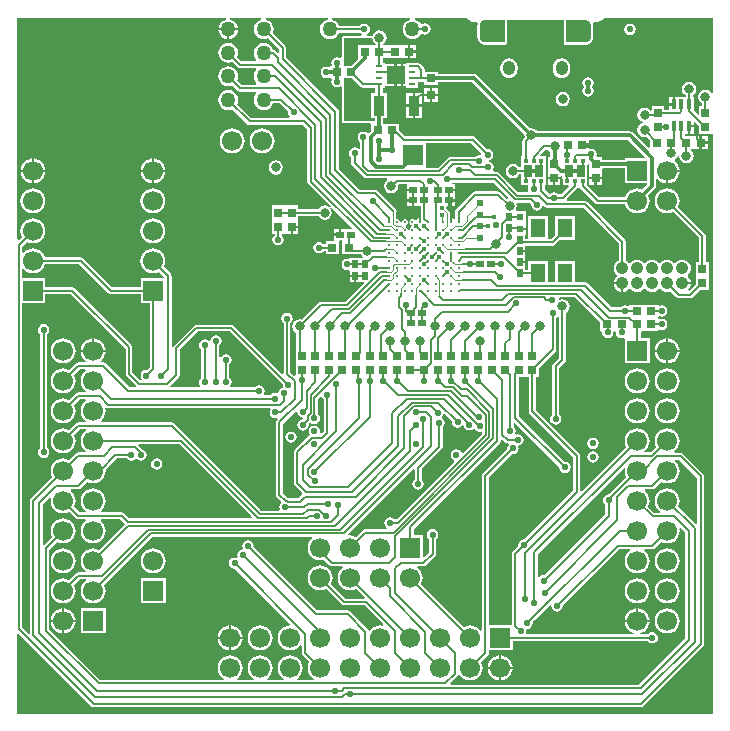
<source format=gbl>
G04 Layer_Physical_Order=4*
G04 Layer_Color=16711680*
%FSLAX43Y43*%
%MOMM*%
G71*
G01*
G75*
%ADD10C,0.180*%
%ADD11C,0.175*%
%ADD16R,0.500X0.650*%
%ADD17R,0.650X0.800*%
%ADD20R,0.650X0.500*%
%ADD21R,0.800X0.650*%
%ADD24R,0.700X0.700*%
%ADD25R,0.550X0.600*%
%ADD37C,0.200*%
%ADD38C,0.125*%
%ADD39C,0.300*%
%ADD42C,1.700*%
%ADD43R,1.700X1.700*%
%ADD44C,3.600*%
%ADD45R,1.700X1.700*%
G04:AMPARAMS|DCode=46|XSize=2.1mm|YSize=1.9mm|CornerRadius=0.494mm|HoleSize=0mm|Usage=FLASHONLY|Rotation=0.000|XOffset=0mm|YOffset=0mm|HoleType=Round|Shape=RoundedRectangle|*
%AMROUNDEDRECTD46*
21,1,2.100,0.912,0,0,0.0*
21,1,1.112,1.900,0,0,0.0*
1,1,0.988,0.556,-0.456*
1,1,0.988,-0.556,-0.456*
1,1,0.988,-0.556,0.456*
1,1,0.988,0.556,0.456*
%
%ADD46ROUNDEDRECTD46*%
G04:AMPARAMS|DCode=47|XSize=1.05mm|YSize=1.25mm|CornerRadius=0.525mm|HoleSize=0mm|Usage=FLASHONLY|Rotation=180.000|XOffset=0mm|YOffset=0mm|HoleType=Round|Shape=RoundedRectangle|*
%AMROUNDEDRECTD47*
21,1,1.050,0.200,0,0,180.0*
21,1,0.000,1.250,0,0,180.0*
1,1,1.050,0.000,0.100*
1,1,1.050,0.000,0.100*
1,1,1.050,0.000,-0.100*
1,1,1.050,0.000,-0.100*
%
%ADD47ROUNDEDRECTD47*%
%ADD48C,1.050*%
%ADD49C,0.550*%
%ADD50C,0.400*%
%ADD64C,0.800*%
%ADD65C,1.270*%
%ADD66R,0.720X1.050*%
%ADD67R,0.350X0.300*%
%ADD68R,0.950X1.750*%
%ADD69R,0.762X0.762*%
%ADD70R,0.350X0.850*%
%ADD71C,0.280*%
%ADD72R,0.600X0.250*%
%ADD73R,1.600X1.500*%
%ADD74R,1.300X1.600*%
G36*
X-30416Y-6366D02*
X-30416Y-6366D01*
X-30317Y-6433D01*
X-30200Y-6456D01*
X-30200Y-6456D01*
X-29325D01*
Y-6475D01*
X-29131D01*
Y-6900D01*
X-29500D01*
Y-9050D01*
X-29182D01*
Y-9275D01*
X-31790D01*
Y-5675D01*
X-31108D01*
X-30416Y-6366D01*
D02*
G37*
G36*
X-11025Y-12949D02*
X-11025Y-13500D01*
X-11025Y-13627D01*
Y-14000D01*
X-9975D01*
Y-13627D01*
X-9975Y-13500D01*
X-9975Y-13347D01*
X-9885Y-13257D01*
X-8020D01*
Y-14540D01*
X-6172D01*
X-6120Y-14667D01*
X-6529Y-15076D01*
X-6696Y-15007D01*
X-6970Y-14971D01*
X-7244Y-15007D01*
X-7500Y-15113D01*
X-7719Y-15281D01*
X-7887Y-15500D01*
X-7980Y-15724D01*
X-10193D01*
X-11225Y-14692D01*
Y-14225D01*
X-11200D01*
Y-12978D01*
X-11073Y-12914D01*
X-11025Y-12949D01*
D02*
G37*
G36*
X-39549Y-42802D02*
X-39598Y-42919D01*
X-49966D01*
X-50393Y-42493D01*
X-50488Y-42429D01*
X-50600Y-42407D01*
X-52370D01*
X-52413Y-42280D01*
X-52281Y-42179D01*
X-52113Y-41960D01*
X-52007Y-41704D01*
X-51971Y-41430D01*
X-52007Y-41156D01*
X-52113Y-40900D01*
X-52281Y-40681D01*
X-52500Y-40513D01*
X-52756Y-40407D01*
X-53030Y-40371D01*
X-53304Y-40407D01*
X-53560Y-40513D01*
X-53779Y-40681D01*
X-53947Y-40900D01*
X-54053Y-41156D01*
X-54089Y-41430D01*
X-54053Y-41704D01*
X-53947Y-41960D01*
X-53779Y-42179D01*
X-53647Y-42280D01*
X-53690Y-42407D01*
X-54179D01*
X-54645Y-41940D01*
X-54547Y-41704D01*
X-54511Y-41430D01*
X-54547Y-41156D01*
X-54653Y-40900D01*
X-54821Y-40681D01*
X-54953Y-40580D01*
X-54910Y-40453D01*
X-54300D01*
X-54188Y-40431D01*
X-54093Y-40367D01*
X-53541Y-39815D01*
X-53304Y-39913D01*
X-53030Y-39949D01*
X-52756Y-39913D01*
X-52500Y-39807D01*
X-52281Y-39639D01*
X-52113Y-39420D01*
X-52007Y-39164D01*
X-51971Y-38890D01*
X-51983Y-38798D01*
X-51029Y-37843D01*
X-50175D01*
X-50142Y-37892D01*
X-49985Y-37997D01*
X-49800Y-38034D01*
X-49615Y-37997D01*
X-49466Y-37898D01*
X-49428Y-37883D01*
X-49347D01*
X-49309Y-37898D01*
X-49160Y-37997D01*
X-48975Y-38034D01*
X-48790Y-37997D01*
X-48633Y-37892D01*
X-48528Y-37735D01*
X-48491Y-37550D01*
X-48528Y-37365D01*
X-48633Y-37208D01*
X-48790Y-37103D01*
X-48906Y-37079D01*
X-49215Y-36770D01*
X-49163Y-36643D01*
X-45708D01*
X-39549Y-42802D01*
D02*
G37*
G36*
X-22642Y-34686D02*
X-22659Y-34775D01*
X-22622Y-34960D01*
X-22517Y-35117D01*
X-22360Y-35222D01*
X-22175Y-35259D01*
X-21990Y-35222D01*
X-21833Y-35117D01*
X-21778Y-35036D01*
X-21643Y-35063D01*
X-21623Y-35162D01*
X-21518Y-35319D01*
X-21361Y-35424D01*
X-21176Y-35461D01*
X-20991Y-35424D01*
X-20873Y-35346D01*
X-20831Y-35320D01*
X-20715Y-35371D01*
X-20667Y-35442D01*
X-20510Y-35547D01*
X-20325Y-35584D01*
X-20233Y-35566D01*
X-20128Y-35648D01*
X-20122Y-35783D01*
X-21707Y-37368D01*
X-21850Y-37331D01*
X-21933Y-37208D01*
X-22090Y-37103D01*
X-22275Y-37066D01*
X-22460Y-37103D01*
X-22617Y-37208D01*
X-22722Y-37365D01*
X-22759Y-37550D01*
X-22722Y-37735D01*
X-22617Y-37892D01*
X-22494Y-37975D01*
X-22457Y-38118D01*
X-27346Y-43007D01*
X-27525D01*
X-27558Y-42958D01*
X-27715Y-42853D01*
X-27900Y-42816D01*
X-28085Y-42853D01*
X-28242Y-42958D01*
X-28347Y-43115D01*
X-28384Y-43300D01*
X-28347Y-43485D01*
X-28242Y-43642D01*
X-28149Y-43705D01*
X-28188Y-43832D01*
X-29985D01*
X-30097Y-43854D01*
X-30192Y-43918D01*
X-30759Y-44485D01*
X-30996Y-44387D01*
X-31270Y-44351D01*
X-31370Y-44364D01*
X-31429Y-44244D01*
X-25935Y-38750D01*
X-25818Y-38799D01*
Y-39625D01*
X-25867Y-39658D01*
X-25972Y-39815D01*
X-26009Y-40000D01*
X-25972Y-40185D01*
X-25867Y-40342D01*
X-25710Y-40447D01*
X-25525Y-40484D01*
X-25340Y-40447D01*
X-25183Y-40342D01*
X-25078Y-40185D01*
X-25041Y-40000D01*
X-25078Y-39815D01*
X-25183Y-39658D01*
X-25232Y-39625D01*
Y-38746D01*
X-23543Y-37057D01*
X-23479Y-36962D01*
X-23457Y-36850D01*
Y-35226D01*
X-23409Y-35194D01*
X-23304Y-35037D01*
X-23267Y-34852D01*
X-23304Y-34666D01*
X-23409Y-34509D01*
X-23500Y-34448D01*
X-23531Y-34325D01*
X-23518Y-34295D01*
X-23428Y-34160D01*
X-23414Y-34093D01*
X-23276Y-34052D01*
X-22642Y-34686D01*
D02*
G37*
G36*
X-17893Y-15722D02*
X-17932Y-15862D01*
X-17997Y-15878D01*
X-18558Y-15318D01*
X-18653Y-15254D01*
X-18765Y-15232D01*
X-20675D01*
X-20787Y-15254D01*
X-20882Y-15318D01*
X-22307Y-16743D01*
X-22371Y-16838D01*
X-22393Y-16950D01*
Y-17544D01*
X-22455Y-17577D01*
X-22520Y-17595D01*
X-22617Y-17530D01*
X-22750Y-17503D01*
X-22807Y-17456D01*
Y-17075D01*
X-22807Y-17075D01*
X-22828Y-16973D01*
X-22886Y-16886D01*
X-22886Y-16886D01*
X-23122Y-16649D01*
X-23117Y-16625D01*
X-23127Y-16577D01*
X-23025Y-16453D01*
Y-16000D01*
X-22925D01*
Y-15900D01*
X-22400D01*
Y-15677D01*
X-22400Y-15550D01*
X-22400D01*
Y-15550D01*
X-22400D01*
Y-15200D01*
X-22925D01*
Y-15000D01*
X-22400D01*
Y-14650D01*
X-22560D01*
X-22577Y-14637D01*
X-22625Y-14523D01*
X-22596Y-14493D01*
X-19121D01*
X-17893Y-15722D01*
D02*
G37*
G36*
X-33660Y-32654D02*
X-33567Y-32792D01*
X-33518Y-32825D01*
Y-35554D01*
X-33682Y-35718D01*
X-33827Y-35686D01*
X-33839Y-35667D01*
X-33816Y-35550D01*
X-33853Y-35365D01*
X-33958Y-35208D01*
X-34115Y-35103D01*
X-34300Y-35066D01*
X-34485Y-35103D01*
X-34642Y-35208D01*
X-34747Y-35365D01*
X-34784Y-35550D01*
X-34747Y-35735D01*
X-34680Y-35837D01*
X-34745Y-35880D01*
X-35970Y-37105D01*
X-36033Y-37200D01*
X-36056Y-37312D01*
Y-39912D01*
X-36033Y-40025D01*
X-35970Y-40120D01*
X-35328Y-40762D01*
X-35340Y-40888D01*
X-35347Y-40893D01*
X-35673Y-41219D01*
X-36472D01*
X-36476Y-41217D01*
X-36588Y-41194D01*
X-36591D01*
X-36975Y-40811D01*
Y-34924D01*
X-35873Y-33823D01*
X-35756Y-33885D01*
X-35759Y-33900D01*
X-35722Y-34085D01*
X-35617Y-34242D01*
X-35460Y-34347D01*
X-35365Y-34366D01*
X-35362Y-34368D01*
X-35304Y-34508D01*
X-35315Y-34524D01*
X-35460Y-34553D01*
X-35617Y-34658D01*
X-35722Y-34815D01*
X-35759Y-35000D01*
X-35722Y-35185D01*
X-35617Y-35342D01*
X-35460Y-35447D01*
X-35275Y-35484D01*
X-35090Y-35447D01*
X-34933Y-35342D01*
X-34828Y-35185D01*
X-34791Y-35000D01*
X-34802Y-34942D01*
X-34652Y-34792D01*
X-34642Y-34792D01*
X-34485Y-34897D01*
X-34300Y-34934D01*
X-34115Y-34897D01*
X-33958Y-34792D01*
X-33853Y-34635D01*
X-33816Y-34450D01*
X-33853Y-34265D01*
X-33958Y-34108D01*
X-34007Y-34075D01*
Y-32821D01*
X-33797Y-32611D01*
X-33660Y-32654D01*
D02*
G37*
G36*
X-14403Y-11863D02*
X-14327Y-11913D01*
Y-12300D01*
X-14525D01*
Y-13500D01*
X-14525D01*
Y-13500D01*
X-14525D01*
Y-14000D01*
X-13475D01*
Y-13992D01*
X-13355Y-13902D01*
X-13300Y-13919D01*
Y-14225D01*
X-13275D01*
Y-14725D01*
X-12799D01*
X-12750Y-14842D01*
X-13402Y-15494D01*
X-13633D01*
X-13658Y-15458D01*
X-13815Y-15353D01*
X-14000Y-15316D01*
X-14185Y-15353D01*
X-14342Y-15458D01*
X-14461Y-15406D01*
X-14794Y-15073D01*
Y-14725D01*
X-14725D01*
Y-14225D01*
X-14700D01*
Y-12775D01*
X-14725D01*
Y-12275D01*
X-15126D01*
X-15175Y-12158D01*
X-14753Y-11736D01*
X-14487D01*
X-14403Y-11863D01*
D02*
G37*
G36*
X-18157Y-36482D02*
X-18062Y-36546D01*
X-17950Y-36568D01*
X-17920D01*
X-17868Y-36695D01*
X-17947Y-36815D01*
X-17984Y-37000D01*
X-17973Y-37058D01*
X-20032Y-39118D01*
X-20096Y-39213D01*
X-20118Y-39325D01*
Y-52389D01*
X-20245Y-52432D01*
X-20361Y-52281D01*
X-20580Y-52113D01*
X-20836Y-52007D01*
X-21110Y-51971D01*
X-21384Y-52007D01*
X-21620Y-52105D01*
X-25265Y-48460D01*
X-25167Y-48224D01*
X-25131Y-47950D01*
X-25167Y-47676D01*
X-25273Y-47420D01*
X-25441Y-47201D01*
X-25579Y-47095D01*
X-25536Y-46968D01*
X-25075D01*
X-24963Y-46946D01*
X-24868Y-46882D01*
X-24093Y-46107D01*
X-24029Y-46012D01*
X-24007Y-45900D01*
Y-44675D01*
X-23958Y-44642D01*
X-23853Y-44485D01*
X-23816Y-44300D01*
X-23853Y-44115D01*
X-23958Y-43958D01*
X-24115Y-43853D01*
X-24300Y-43816D01*
X-24485Y-43853D01*
X-24642Y-43958D01*
X-24747Y-44115D01*
X-24784Y-44300D01*
X-24747Y-44485D01*
X-24642Y-44642D01*
X-24593Y-44675D01*
Y-45779D01*
X-25023Y-46208D01*
X-25140Y-46160D01*
Y-44360D01*
X-25897D01*
Y-43811D01*
X-18630Y-36545D01*
X-18567Y-36450D01*
X-18544Y-36338D01*
Y-36261D01*
X-18427Y-36212D01*
X-18157Y-36482D01*
D02*
G37*
G36*
X-1725Y-9690D02*
Y-10400D01*
X-675D01*
Y-10400D01*
X-555Y-10417D01*
Y-59445D01*
X-59445D01*
Y-52735D01*
X-59328Y-52687D01*
X-53207Y-58807D01*
X-53112Y-58871D01*
X-53000Y-58893D01*
X-6681D01*
X-6569Y-58871D01*
X-6473Y-58807D01*
X-1393Y-53727D01*
X-1329Y-53631D01*
X-1307Y-53519D01*
Y-39350D01*
X-1329Y-39238D01*
X-1393Y-39143D01*
X-3093Y-37443D01*
X-3188Y-37379D01*
X-3300Y-37357D01*
X-3809D01*
X-3852Y-37230D01*
X-3681Y-37099D01*
X-3513Y-36880D01*
X-3407Y-36624D01*
X-3371Y-36350D01*
X-3407Y-36076D01*
X-3513Y-35820D01*
X-3681Y-35601D01*
X-3900Y-35433D01*
X-4156Y-35327D01*
X-4430Y-35291D01*
X-4704Y-35327D01*
X-4960Y-35433D01*
X-5179Y-35601D01*
X-5347Y-35820D01*
X-5453Y-36076D01*
X-5489Y-36350D01*
X-5453Y-36624D01*
X-5355Y-36861D01*
X-5826Y-37332D01*
X-6316D01*
X-6359Y-37205D01*
X-6221Y-37099D01*
X-6053Y-36880D01*
X-5947Y-36624D01*
X-5911Y-36350D01*
X-5947Y-36076D01*
X-6053Y-35820D01*
X-6221Y-35601D01*
X-6440Y-35433D01*
X-6696Y-35327D01*
X-6970Y-35291D01*
X-7244Y-35327D01*
X-7500Y-35433D01*
X-7719Y-35601D01*
X-7887Y-35820D01*
X-7993Y-36076D01*
X-8029Y-36350D01*
X-7993Y-36624D01*
X-7895Y-36861D01*
X-11680Y-40645D01*
X-11807Y-40593D01*
Y-37600D01*
X-11829Y-37488D01*
X-11893Y-37393D01*
X-15557Y-33729D01*
Y-30975D01*
X-15325D01*
Y-30215D01*
X-13918Y-28807D01*
X-13854Y-28712D01*
X-13832Y-28600D01*
Y-25925D01*
X-13783Y-25892D01*
X-13720Y-25799D01*
X-13593Y-25838D01*
Y-29354D01*
X-14082Y-29843D01*
X-14146Y-29938D01*
X-14168Y-30050D01*
Y-34125D01*
X-14217Y-34158D01*
X-14322Y-34315D01*
X-14359Y-34500D01*
X-14322Y-34685D01*
X-14217Y-34842D01*
X-14060Y-34947D01*
X-13875Y-34984D01*
X-13690Y-34947D01*
X-13533Y-34842D01*
X-13428Y-34685D01*
X-13391Y-34500D01*
X-13428Y-34315D01*
X-13533Y-34158D01*
X-13582Y-34125D01*
Y-30171D01*
X-13093Y-29682D01*
X-13029Y-29587D01*
X-13007Y-29475D01*
Y-25501D01*
X-12867Y-25408D01*
X-12735Y-25209D01*
X-12688Y-24975D01*
X-12735Y-24741D01*
X-12867Y-24542D01*
X-13066Y-24410D01*
X-13300Y-24363D01*
X-13534Y-24410D01*
X-13620Y-24319D01*
X-13626Y-24297D01*
X-13538Y-24181D01*
X-12234D01*
X-10100Y-26315D01*
Y-27025D01*
X-10030D01*
X-9949Y-27123D01*
X-9959Y-27175D01*
X-9922Y-27360D01*
X-9817Y-27517D01*
X-9660Y-27622D01*
X-9475Y-27659D01*
X-9290Y-27622D01*
X-9133Y-27517D01*
X-9028Y-27360D01*
X-8991Y-27175D01*
X-8893Y-27074D01*
X-8882Y-27073D01*
X-8784Y-27175D01*
X-8747Y-27360D01*
X-8642Y-27517D01*
X-8485Y-27622D01*
X-8300Y-27659D01*
X-8124Y-27624D01*
X-8074Y-27660D01*
X-8020Y-27712D01*
Y-29780D01*
X-5920D01*
Y-27680D01*
X-6677D01*
Y-27115D01*
X-6587Y-27025D01*
X-6400Y-27025D01*
X-6273Y-27025D01*
X-5200D01*
Y-27006D01*
X-5107Y-26956D01*
X-5073Y-26950D01*
X-4900Y-26984D01*
X-4715Y-26947D01*
X-4558Y-26842D01*
X-4453Y-26685D01*
X-4416Y-26500D01*
X-4453Y-26315D01*
X-4558Y-26158D01*
X-4715Y-26053D01*
X-4900Y-26016D01*
X-5073Y-26050D01*
X-5107Y-26044D01*
X-5200Y-25994D01*
X-5200Y-25875D01*
X-5200Y-25856D01*
X-5107Y-25806D01*
X-5073Y-25800D01*
X-4900Y-25834D01*
X-4715Y-25797D01*
X-4558Y-25692D01*
X-4453Y-25535D01*
X-4416Y-25350D01*
X-4453Y-25165D01*
X-4558Y-25008D01*
X-4715Y-24903D01*
X-4900Y-24866D01*
X-5073Y-24900D01*
X-5107Y-24894D01*
X-5200Y-24844D01*
Y-24825D01*
X-6273D01*
X-6400Y-24825D01*
X-6527Y-24825D01*
X-7600D01*
Y-24893D01*
X-7727Y-24961D01*
X-7815Y-24903D01*
X-8000Y-24866D01*
X-8185Y-24903D01*
X-8342Y-25008D01*
X-8375Y-25057D01*
X-9129D01*
X-11155Y-23030D01*
X-11250Y-22967D01*
X-11363Y-22944D01*
X-12250D01*
Y-21150D01*
X-13950D01*
Y-22944D01*
X-14550D01*
Y-21150D01*
X-16250D01*
Y-21882D01*
X-16450D01*
Y-21325D01*
X-16900D01*
Y-21125D01*
X-16450D01*
Y-20800D01*
Y-20375D01*
X-16900D01*
Y-20175D01*
X-16450D01*
Y-19818D01*
X-14125D01*
X-14013Y-19796D01*
X-13918Y-19732D01*
X-13535Y-19350D01*
X-12250D01*
Y-17350D01*
X-13950D01*
Y-18935D01*
X-14246Y-19232D01*
X-14550D01*
Y-17350D01*
X-16250D01*
Y-19232D01*
X-16450D01*
Y-18900D01*
X-16425D01*
Y-18500D01*
X-16900D01*
Y-18300D01*
X-16425D01*
Y-17900D01*
X-16425D01*
Y-17900D01*
X-16425D01*
Y-16900D01*
X-17184D01*
X-17244Y-16788D01*
X-17215Y-16744D01*
X-17168Y-16510D01*
X-17204Y-16333D01*
X-17121Y-16206D01*
X-16084D01*
X-15948Y-16342D01*
X-15959Y-16400D01*
X-15922Y-16585D01*
X-15817Y-16742D01*
X-15660Y-16847D01*
X-15475Y-16884D01*
X-15290Y-16847D01*
X-15133Y-16742D01*
X-15028Y-16585D01*
X-15008Y-16486D01*
X-14870Y-16444D01*
X-14782Y-16532D01*
X-14687Y-16596D01*
X-14575Y-16618D01*
X-11536D01*
X-8533Y-19621D01*
Y-21077D01*
X-8606Y-21107D01*
X-8757Y-21223D01*
X-8873Y-21374D01*
X-8946Y-21551D01*
X-8971Y-21740D01*
X-8946Y-21929D01*
X-8873Y-22106D01*
X-8757Y-22257D01*
X-8708Y-22295D01*
Y-22455D01*
X-8757Y-22493D01*
X-8873Y-22644D01*
X-8946Y-22821D01*
X-8958Y-22910D01*
X-8240D01*
Y-23010D01*
X-8140D01*
Y-23728D01*
X-8051Y-23716D01*
X-7874Y-23643D01*
X-7723Y-23527D01*
X-7685Y-23478D01*
X-7525D01*
X-7487Y-23527D01*
X-7336Y-23643D01*
X-7159Y-23716D01*
X-6970Y-23741D01*
X-6781Y-23716D01*
X-6604Y-23643D01*
X-6453Y-23527D01*
X-6415Y-23478D01*
X-6255D01*
X-6217Y-23527D01*
X-6066Y-23643D01*
X-5889Y-23716D01*
X-5700Y-23741D01*
X-5511Y-23716D01*
X-5334Y-23643D01*
X-5183Y-23527D01*
X-5145Y-23478D01*
X-4985D01*
X-4947Y-23527D01*
X-4796Y-23643D01*
X-4619Y-23716D01*
X-4430Y-23741D01*
X-4241Y-23716D01*
X-4168Y-23686D01*
X-3647Y-24207D01*
X-3552Y-24271D01*
X-3440Y-24293D01*
X-2475D01*
X-2363Y-24271D01*
X-2268Y-24207D01*
X-1635Y-23575D01*
X-925D01*
Y-22502D01*
X-925Y-22375D01*
X-925Y-22248D01*
Y-21175D01*
X-1157D01*
Y-19010D01*
X-1179Y-18898D01*
X-1243Y-18803D01*
X-3505Y-16541D01*
X-3407Y-16304D01*
X-3371Y-16030D01*
X-3407Y-15756D01*
X-3513Y-15500D01*
X-3681Y-15281D01*
X-3900Y-15113D01*
X-4156Y-15007D01*
X-4430Y-14971D01*
X-4704Y-15007D01*
X-4960Y-15113D01*
X-5179Y-15281D01*
X-5347Y-15500D01*
X-5453Y-15756D01*
X-5489Y-16030D01*
X-5453Y-16304D01*
X-5347Y-16560D01*
X-5179Y-16779D01*
X-4960Y-16947D01*
X-4704Y-17053D01*
X-4430Y-17089D01*
X-4156Y-17053D01*
X-3920Y-16955D01*
X-1743Y-19131D01*
Y-21175D01*
X-1975D01*
Y-22248D01*
X-1975Y-22375D01*
X-1975Y-22502D01*
Y-23085D01*
X-2550Y-23661D01*
X-2597Y-23652D01*
X-2628Y-23568D01*
X-2634Y-23516D01*
X-2527Y-23376D01*
X-2454Y-23199D01*
X-2442Y-23110D01*
X-3160D01*
Y-22910D01*
X-2442D01*
X-2454Y-22821D01*
X-2527Y-22644D01*
X-2643Y-22493D01*
X-2692Y-22455D01*
Y-22295D01*
X-2643Y-22257D01*
X-2527Y-22106D01*
X-2454Y-21929D01*
X-2429Y-21740D01*
X-2454Y-21551D01*
X-2527Y-21374D01*
X-2643Y-21223D01*
X-2794Y-21107D01*
X-2971Y-21034D01*
X-3160Y-21009D01*
X-3349Y-21034D01*
X-3526Y-21107D01*
X-3677Y-21223D01*
X-3715Y-21272D01*
X-3875D01*
X-3913Y-21223D01*
X-4064Y-21107D01*
X-4241Y-21034D01*
X-4430Y-21009D01*
X-4619Y-21034D01*
X-4796Y-21107D01*
X-4947Y-21223D01*
X-4985Y-21272D01*
X-5145D01*
X-5183Y-21223D01*
X-5334Y-21107D01*
X-5511Y-21034D01*
X-5700Y-21009D01*
X-5889Y-21034D01*
X-6066Y-21107D01*
X-6217Y-21223D01*
X-6255Y-21272D01*
X-6415D01*
X-6453Y-21223D01*
X-6604Y-21107D01*
X-6781Y-21034D01*
X-6970Y-21009D01*
X-7159Y-21034D01*
X-7336Y-21107D01*
X-7487Y-21223D01*
X-7525Y-21272D01*
X-7685D01*
X-7723Y-21223D01*
X-7874Y-21107D01*
X-7947Y-21077D01*
Y-19500D01*
X-7969Y-19387D01*
X-8033Y-19292D01*
X-11207Y-16118D01*
X-11302Y-16054D01*
X-11415Y-16032D01*
X-12895D01*
X-12947Y-15905D01*
X-12034Y-14991D01*
X-11990Y-14926D01*
X-11873Y-14915D01*
X-11846Y-14922D01*
X-11816Y-14966D01*
X-10536Y-16246D01*
X-10536Y-16246D01*
X-10437Y-16313D01*
X-10320Y-16336D01*
X-10320Y-16336D01*
X-7980D01*
X-7887Y-16560D01*
X-7719Y-16779D01*
X-7500Y-16947D01*
X-7244Y-17053D01*
X-6970Y-17089D01*
X-6696Y-17053D01*
X-6440Y-16947D01*
X-6221Y-16779D01*
X-6053Y-16560D01*
X-5947Y-16304D01*
X-5911Y-16030D01*
X-5947Y-15756D01*
X-6021Y-15578D01*
X-5448Y-15004D01*
X-5370Y-14889D01*
X-5343Y-14752D01*
Y-14222D01*
X-5223Y-14182D01*
X-5179Y-14239D01*
X-4960Y-14407D01*
X-4704Y-14513D01*
X-4530Y-14536D01*
Y-13490D01*
X-4430D01*
Y-13390D01*
X-3384D01*
X-3407Y-13216D01*
X-3513Y-12960D01*
X-3681Y-12741D01*
X-3766Y-12676D01*
X-3761Y-12520D01*
X-3667Y-12458D01*
X-3535Y-12259D01*
X-3532Y-12246D01*
X-3412Y-12250D01*
X-3365Y-12484D01*
X-3233Y-12683D01*
X-3034Y-12815D01*
X-2800Y-12862D01*
X-2566Y-12815D01*
X-2367Y-12683D01*
X-2235Y-12484D01*
X-2188Y-12250D01*
X-2235Y-12016D01*
X-2367Y-11817D01*
X-2465Y-11752D01*
X-2427Y-11625D01*
X-2200Y-11625D01*
X-2073Y-11625D01*
X-1700D01*
Y-11100D01*
Y-10575D01*
X-2073D01*
X-2200Y-10575D01*
X-2327Y-10575D01*
X-2910D01*
X-2932Y-10554D01*
Y-10350D01*
X-2675D01*
Y-9725D01*
X-2575D01*
Y-9625D01*
X-2200D01*
Y-9380D01*
X-2083Y-9332D01*
X-1725Y-9690D01*
D02*
G37*
G36*
X-51850Y-33558D02*
X-51737Y-33581D01*
X-38077D01*
X-38009Y-33708D01*
X-38047Y-33765D01*
X-38084Y-33950D01*
X-38047Y-34135D01*
X-37942Y-34292D01*
X-37785Y-34397D01*
X-37600Y-34434D01*
X-37467Y-34408D01*
X-37405Y-34525D01*
X-37475Y-34595D01*
X-37539Y-34690D01*
X-37561Y-34803D01*
Y-40932D01*
X-37539Y-41044D01*
X-37475Y-41139D01*
X-37102Y-41512D01*
X-37115Y-41639D01*
X-37142Y-41658D01*
X-37247Y-41815D01*
X-37284Y-42000D01*
X-37256Y-42142D01*
X-37332Y-42269D01*
X-38793D01*
X-46195Y-34868D01*
X-46290Y-34804D01*
X-46402Y-34782D01*
X-52363D01*
X-52406Y-34655D01*
X-52281Y-34559D01*
X-52113Y-34340D01*
X-52007Y-34084D01*
X-51971Y-33810D01*
X-51997Y-33613D01*
X-51879Y-33539D01*
X-51850Y-33558D01*
D02*
G37*
G36*
X-2893Y-44121D02*
Y-53079D01*
X-6809Y-56994D01*
X-22739D01*
X-22787Y-56877D01*
X-22193Y-56282D01*
X-22129Y-56187D01*
X-22127Y-56178D01*
X-21992Y-56146D01*
X-21859Y-56319D01*
X-21640Y-56487D01*
X-21384Y-56593D01*
X-21110Y-56629D01*
X-20836Y-56593D01*
X-20580Y-56487D01*
X-20361Y-56319D01*
X-20193Y-56100D01*
X-20087Y-55844D01*
X-20051Y-55570D01*
X-20087Y-55296D01*
X-20185Y-55060D01*
X-19618Y-54492D01*
X-19554Y-54397D01*
X-19532Y-54285D01*
Y-54080D01*
X-17520D01*
Y-53323D01*
X-6075D01*
X-6042Y-53372D01*
X-5885Y-53477D01*
X-5700Y-53514D01*
X-5515Y-53477D01*
X-5358Y-53372D01*
X-5253Y-53215D01*
X-5216Y-53030D01*
X-5253Y-52845D01*
X-5358Y-52688D01*
X-5515Y-52583D01*
X-5700Y-52546D01*
X-5885Y-52583D01*
X-6042Y-52688D01*
X-6075Y-52737D01*
X-6676D01*
X-6696Y-52613D01*
X-6440Y-52507D01*
X-6221Y-52339D01*
X-6053Y-52120D01*
X-5947Y-51864D01*
X-5924Y-51690D01*
X-6970D01*
X-8016D01*
X-7993Y-51864D01*
X-7887Y-52120D01*
X-7719Y-52339D01*
X-7500Y-52507D01*
X-7244Y-52613D01*
X-7264Y-52737D01*
X-16329D01*
X-16397Y-52610D01*
X-16366Y-52450D01*
X-16376Y-52399D01*
X-16300Y-52284D01*
X-16280Y-52280D01*
X-16115Y-52247D01*
X-15958Y-52142D01*
X-15853Y-51985D01*
X-15816Y-51800D01*
X-15827Y-51742D01*
X-14346Y-50261D01*
X-14229Y-50323D01*
X-14234Y-50350D01*
X-14197Y-50535D01*
X-14092Y-50692D01*
X-13935Y-50797D01*
X-13750Y-50834D01*
X-13565Y-50797D01*
X-13408Y-50692D01*
X-13303Y-50535D01*
X-13266Y-50350D01*
X-13277Y-50292D01*
X-8504Y-45518D01*
X-7611D01*
X-7568Y-45645D01*
X-7719Y-45761D01*
X-7887Y-45980D01*
X-7993Y-46236D01*
X-8029Y-46510D01*
X-7993Y-46784D01*
X-7887Y-47040D01*
X-7719Y-47259D01*
X-7500Y-47427D01*
X-7244Y-47533D01*
X-6970Y-47569D01*
X-6696Y-47533D01*
X-6440Y-47427D01*
X-6221Y-47259D01*
X-6053Y-47040D01*
X-5947Y-46784D01*
X-5911Y-46510D01*
X-5947Y-46236D01*
X-6053Y-45980D01*
X-6221Y-45761D01*
X-6372Y-45645D01*
X-6329Y-45518D01*
X-5685D01*
X-5573Y-45496D01*
X-5478Y-45432D01*
X-4940Y-44895D01*
X-4704Y-44993D01*
X-4430Y-45029D01*
X-4156Y-44993D01*
X-3900Y-44887D01*
X-3681Y-44719D01*
X-3513Y-44500D01*
X-3407Y-44244D01*
X-3371Y-43970D01*
X-3393Y-43801D01*
X-3273Y-43742D01*
X-2893Y-44121D01*
D02*
G37*
G36*
X-1893Y-39471D02*
Y-43386D01*
X-2010Y-43435D01*
X-3505Y-41940D01*
X-3407Y-41704D01*
X-3371Y-41430D01*
X-3407Y-41156D01*
X-3513Y-40900D01*
X-3681Y-40681D01*
X-3900Y-40513D01*
X-4156Y-40407D01*
X-4430Y-40371D01*
X-4704Y-40407D01*
X-4960Y-40513D01*
X-5179Y-40681D01*
X-5347Y-40900D01*
X-5453Y-41156D01*
X-5489Y-41430D01*
X-5453Y-41704D01*
X-5347Y-41960D01*
X-5179Y-42179D01*
X-5015Y-42305D01*
X-5058Y-42432D01*
X-5554D01*
X-6045Y-41940D01*
X-5947Y-41704D01*
X-5911Y-41430D01*
X-5947Y-41156D01*
X-6053Y-40900D01*
X-6221Y-40681D01*
X-6353Y-40580D01*
X-6310Y-40453D01*
X-5700D01*
X-5588Y-40431D01*
X-5493Y-40367D01*
X-4940Y-39815D01*
X-4704Y-39913D01*
X-4430Y-39949D01*
X-4156Y-39913D01*
X-3900Y-39807D01*
X-3681Y-39639D01*
X-3513Y-39420D01*
X-3407Y-39164D01*
X-3371Y-38890D01*
X-3407Y-38616D01*
X-3513Y-38360D01*
X-3681Y-38141D01*
X-3774Y-38070D01*
X-3731Y-37943D01*
X-3421D01*
X-1893Y-39471D01*
D02*
G37*
G36*
X-8004Y-38698D02*
X-8029Y-38890D01*
X-7993Y-39164D01*
X-7895Y-39401D01*
X-9388Y-40893D01*
X-9400Y-40891D01*
X-9585Y-40928D01*
X-9742Y-41033D01*
X-9847Y-41190D01*
X-9884Y-41375D01*
X-9847Y-41560D01*
X-9742Y-41717D01*
X-9693Y-41750D01*
Y-42579D01*
X-14842Y-47727D01*
X-14900Y-47716D01*
X-15085Y-47753D01*
X-15242Y-47858D01*
X-15255Y-47876D01*
X-15382Y-47838D01*
Y-45896D01*
X-8124Y-38639D01*
X-8004Y-38698D01*
D02*
G37*
G36*
X-20179Y-12004D02*
X-20182Y-12079D01*
X-20308Y-12174D01*
X-20350Y-12166D01*
X-20535Y-12203D01*
X-20692Y-12308D01*
X-20700Y-12319D01*
X-22812D01*
X-22925Y-12342D01*
X-23020Y-12405D01*
X-23846Y-13232D01*
X-24772D01*
X-24875Y-13175D01*
Y-11161D01*
X-21022D01*
X-20179Y-12004D01*
D02*
G37*
G36*
X-56598Y-41192D02*
X-56629Y-41430D01*
X-56593Y-41704D01*
X-56487Y-41960D01*
X-56319Y-42179D01*
X-56100Y-42347D01*
X-55844Y-42453D01*
X-55570Y-42489D01*
X-55296Y-42453D01*
X-55060Y-42355D01*
X-54507Y-42907D01*
X-54412Y-42971D01*
X-54300Y-42993D01*
X-53690D01*
X-53647Y-43120D01*
X-53779Y-43221D01*
X-53947Y-43440D01*
X-54053Y-43696D01*
X-54089Y-43970D01*
X-54053Y-44244D01*
X-53947Y-44500D01*
X-53779Y-44719D01*
X-53560Y-44887D01*
X-53304Y-44993D01*
X-53030Y-45029D01*
X-52756Y-44993D01*
X-52500Y-44887D01*
X-52281Y-44719D01*
X-52113Y-44500D01*
X-52007Y-44244D01*
X-51971Y-43970D01*
X-52007Y-43696D01*
X-52113Y-43440D01*
X-52281Y-43221D01*
X-52413Y-43120D01*
X-52370Y-42993D01*
X-50721D01*
X-50325Y-43390D01*
X-52520Y-45585D01*
X-52756Y-45487D01*
X-53030Y-45451D01*
X-53304Y-45487D01*
X-53560Y-45593D01*
X-53779Y-45761D01*
X-53947Y-45980D01*
X-54053Y-46236D01*
X-54089Y-46510D01*
X-54053Y-46784D01*
X-53947Y-47040D01*
X-53779Y-47259D01*
X-53654Y-47355D01*
X-53697Y-47482D01*
X-54295D01*
X-54407Y-47504D01*
X-54502Y-47568D01*
X-55060Y-48125D01*
X-55296Y-48027D01*
X-55570Y-47991D01*
X-55844Y-48027D01*
X-56100Y-48133D01*
X-56319Y-48301D01*
X-56487Y-48520D01*
X-56593Y-48776D01*
X-56629Y-49050D01*
X-56593Y-49324D01*
X-56487Y-49580D01*
X-56319Y-49799D01*
X-56100Y-49967D01*
X-55844Y-50073D01*
X-55570Y-50109D01*
X-55296Y-50073D01*
X-55040Y-49967D01*
X-54821Y-49799D01*
X-54653Y-49580D01*
X-54547Y-49324D01*
X-54511Y-49050D01*
X-54547Y-48776D01*
X-54645Y-48540D01*
X-54174Y-48068D01*
X-53684D01*
X-53641Y-48195D01*
X-53779Y-48301D01*
X-53947Y-48520D01*
X-54053Y-48776D01*
X-54089Y-49050D01*
X-54053Y-49324D01*
X-53947Y-49580D01*
X-53779Y-49799D01*
X-53560Y-49967D01*
X-53304Y-50073D01*
X-53030Y-50109D01*
X-52756Y-50073D01*
X-52500Y-49967D01*
X-52281Y-49799D01*
X-52113Y-49580D01*
X-52007Y-49324D01*
X-51971Y-49050D01*
X-52007Y-48776D01*
X-52105Y-48540D01*
X-48059Y-44493D01*
X-34537D01*
X-34497Y-44613D01*
X-34559Y-44661D01*
X-34727Y-44880D01*
X-34833Y-45136D01*
X-34869Y-45410D01*
X-34833Y-45684D01*
X-34727Y-45940D01*
X-34559Y-46159D01*
X-34340Y-46327D01*
X-34084Y-46433D01*
X-33810Y-46469D01*
X-33536Y-46433D01*
X-33515Y-46424D01*
X-33032Y-46907D01*
X-32937Y-46971D01*
X-32825Y-46993D01*
X-31956D01*
X-31913Y-47120D01*
X-32019Y-47201D01*
X-32187Y-47420D01*
X-32293Y-47676D01*
X-32329Y-47950D01*
X-32293Y-48224D01*
X-32187Y-48480D01*
X-32019Y-48699D01*
X-31800Y-48867D01*
X-31544Y-48973D01*
X-31270Y-49009D01*
X-30996Y-48973D01*
X-30759Y-48875D01*
X-30045Y-49590D01*
X-30094Y-49707D01*
X-31639D01*
X-32885Y-48460D01*
X-32787Y-48224D01*
X-32751Y-47950D01*
X-32787Y-47676D01*
X-32893Y-47420D01*
X-33061Y-47201D01*
X-33280Y-47033D01*
X-33536Y-46927D01*
X-33810Y-46891D01*
X-34084Y-46927D01*
X-34340Y-47033D01*
X-34559Y-47201D01*
X-34727Y-47420D01*
X-34833Y-47676D01*
X-34869Y-47950D01*
X-34833Y-48224D01*
X-34727Y-48480D01*
X-34559Y-48699D01*
X-34340Y-48867D01*
X-34084Y-48973D01*
X-33810Y-49009D01*
X-33536Y-48973D01*
X-33299Y-48875D01*
X-31967Y-50207D01*
X-31872Y-50271D01*
X-31760Y-50293D01*
X-30046D01*
X-28461Y-51878D01*
X-28521Y-51999D01*
X-28730Y-51971D01*
X-29004Y-52007D01*
X-29260Y-52113D01*
X-29479Y-52281D01*
X-29592Y-52428D01*
X-29727Y-52396D01*
X-29729Y-52388D01*
X-29793Y-52293D01*
X-31293Y-50793D01*
X-31388Y-50729D01*
X-31500Y-50707D01*
X-34063D01*
X-39470Y-45301D01*
X-39458Y-45242D01*
X-39495Y-45057D01*
X-39600Y-44900D01*
X-39757Y-44795D01*
X-39942Y-44758D01*
X-40128Y-44795D01*
X-40285Y-44900D01*
X-40390Y-45057D01*
X-40427Y-45242D01*
X-40390Y-45428D01*
X-40384Y-45437D01*
X-40442Y-45578D01*
X-40528Y-45595D01*
X-40685Y-45700D01*
X-40790Y-45857D01*
X-40827Y-46042D01*
X-40801Y-46171D01*
X-40834Y-46211D01*
X-40906Y-46265D01*
X-41067Y-46233D01*
X-41253Y-46270D01*
X-41410Y-46375D01*
X-41515Y-46532D01*
X-41552Y-46717D01*
X-41515Y-46903D01*
X-41410Y-47060D01*
X-41253Y-47165D01*
X-41067Y-47202D01*
X-41009Y-47190D01*
X-36350Y-51849D01*
X-36401Y-51978D01*
X-36624Y-52007D01*
X-36880Y-52113D01*
X-37099Y-52281D01*
X-37267Y-52500D01*
X-37373Y-52756D01*
X-37409Y-53030D01*
X-37373Y-53304D01*
X-37267Y-53560D01*
X-37099Y-53779D01*
X-36880Y-53947D01*
X-36624Y-54053D01*
X-36350Y-54089D01*
X-36076Y-54053D01*
X-35820Y-53947D01*
X-35601Y-53779D01*
X-35520Y-53673D01*
X-35393Y-53716D01*
Y-54280D01*
X-35371Y-54392D01*
X-35307Y-54487D01*
X-34735Y-55060D01*
X-34833Y-55296D01*
X-34869Y-55570D01*
X-34833Y-55844D01*
X-34727Y-56100D01*
X-34559Y-56319D01*
X-34349Y-56480D01*
X-34349Y-56494D01*
X-34427Y-56607D01*
X-35733D01*
X-35811Y-56494D01*
X-35811Y-56480D01*
X-35601Y-56319D01*
X-35433Y-56100D01*
X-35327Y-55844D01*
X-35291Y-55570D01*
X-35327Y-55296D01*
X-35433Y-55040D01*
X-35601Y-54821D01*
X-35820Y-54653D01*
X-36076Y-54547D01*
X-36350Y-54511D01*
X-36624Y-54547D01*
X-36880Y-54653D01*
X-37099Y-54821D01*
X-37267Y-55040D01*
X-37373Y-55296D01*
X-37409Y-55570D01*
X-37373Y-55844D01*
X-37267Y-56100D01*
X-37099Y-56319D01*
X-36889Y-56480D01*
X-36889Y-56494D01*
X-36967Y-56607D01*
X-38273D01*
X-38351Y-56494D01*
X-38351Y-56480D01*
X-38141Y-56319D01*
X-37973Y-56100D01*
X-37867Y-55844D01*
X-37831Y-55570D01*
X-37867Y-55296D01*
X-37973Y-55040D01*
X-38141Y-54821D01*
X-38360Y-54653D01*
X-38616Y-54547D01*
X-38890Y-54511D01*
X-39164Y-54547D01*
X-39420Y-54653D01*
X-39639Y-54821D01*
X-39807Y-55040D01*
X-39913Y-55296D01*
X-39949Y-55570D01*
X-39913Y-55844D01*
X-39807Y-56100D01*
X-39639Y-56319D01*
X-39429Y-56480D01*
X-39429Y-56494D01*
X-39507Y-56607D01*
X-40813D01*
X-40891Y-56494D01*
X-40891Y-56480D01*
X-40681Y-56319D01*
X-40513Y-56100D01*
X-40407Y-55844D01*
X-40371Y-55570D01*
X-40407Y-55296D01*
X-40513Y-55040D01*
X-40681Y-54821D01*
X-40900Y-54653D01*
X-41156Y-54547D01*
X-41430Y-54511D01*
X-41704Y-54547D01*
X-41960Y-54653D01*
X-42179Y-54821D01*
X-42347Y-55040D01*
X-42453Y-55296D01*
X-42489Y-55570D01*
X-42453Y-55844D01*
X-42347Y-56100D01*
X-42179Y-56319D01*
X-41969Y-56480D01*
X-41969Y-56494D01*
X-42047Y-56607D01*
X-52454D01*
X-56757Y-52304D01*
Y-45571D01*
X-56081Y-44895D01*
X-55844Y-44993D01*
X-55570Y-45029D01*
X-55296Y-44993D01*
X-55040Y-44887D01*
X-54821Y-44719D01*
X-54653Y-44500D01*
X-54547Y-44244D01*
X-54511Y-43970D01*
X-54547Y-43696D01*
X-54653Y-43440D01*
X-54821Y-43221D01*
X-55040Y-43053D01*
X-55296Y-42947D01*
X-55570Y-42911D01*
X-55844Y-42947D01*
X-56100Y-43053D01*
X-56319Y-43221D01*
X-56487Y-43440D01*
X-56593Y-43696D01*
X-56629Y-43970D01*
X-56593Y-44244D01*
X-56495Y-44480D01*
X-57180Y-45165D01*
X-57307Y-45113D01*
Y-41721D01*
X-56711Y-41125D01*
X-56598Y-41192D01*
D02*
G37*
G36*
X-16419Y-30975D02*
X-16375Y-30975D01*
Y-30975D01*
X-16352Y-30975D01*
X-16143D01*
Y-33850D01*
X-16121Y-33962D01*
X-16057Y-34057D01*
X-12393Y-37721D01*
Y-40579D01*
X-16517Y-44702D01*
X-16575Y-44691D01*
X-16760Y-44728D01*
X-16917Y-44833D01*
X-17022Y-44990D01*
X-17059Y-45175D01*
X-17048Y-45233D01*
X-17507Y-45693D01*
X-17571Y-45788D01*
X-17593Y-45900D01*
Y-51980D01*
X-19532D01*
Y-39446D01*
X-17558Y-37473D01*
X-17500Y-37484D01*
X-17315Y-37447D01*
X-17158Y-37342D01*
X-17053Y-37185D01*
X-17016Y-37000D01*
X-17040Y-36877D01*
X-17046Y-36810D01*
X-16950Y-36739D01*
X-16865Y-36722D01*
X-16708Y-36617D01*
X-16603Y-36460D01*
X-16566Y-36275D01*
X-16603Y-36090D01*
X-16708Y-35933D01*
X-16865Y-35828D01*
X-17050Y-35791D01*
X-17217Y-35824D01*
X-17263Y-35783D01*
X-17301Y-35721D01*
X-17278Y-35685D01*
X-17241Y-35500D01*
X-17278Y-35315D01*
X-17383Y-35158D01*
X-17432Y-35125D01*
Y-34861D01*
X-17315Y-34813D01*
X-13573Y-38554D01*
X-13584Y-38613D01*
X-13547Y-38798D01*
X-13442Y-38955D01*
X-13285Y-39060D01*
X-13100Y-39097D01*
X-12915Y-39060D01*
X-12758Y-38955D01*
X-12653Y-38798D01*
X-12616Y-38613D01*
X-12653Y-38427D01*
X-12758Y-38270D01*
X-12915Y-38165D01*
X-13100Y-38128D01*
X-13158Y-38140D01*
X-17007Y-34291D01*
Y-30975D01*
X-16498D01*
X-16419Y-30975D01*
D02*
G37*
G36*
X-6282Y-12323D02*
X-6331Y-12440D01*
X-8020D01*
Y-12543D01*
X-9975D01*
Y-12300D01*
X-10326D01*
X-10430Y-12173D01*
X-10416Y-12100D01*
X-10453Y-11915D01*
X-10558Y-11758D01*
X-10715Y-11653D01*
X-10900Y-11616D01*
X-10952Y-11626D01*
X-11050Y-11545D01*
Y-11375D01*
X-11650D01*
Y-11175D01*
X-11050D01*
Y-10857D01*
X-7748D01*
X-6282Y-12323D01*
D02*
G37*
G36*
X-29365Y-2459D02*
X-29233Y-2658D01*
X-29106Y-2742D01*
X-29106Y-2875D01*
X-29273D01*
X-29400Y-2875D01*
Y-2875D01*
X-29400D01*
Y-2875D01*
X-30600D01*
Y-3925D01*
X-30600D01*
X-30565Y-4010D01*
X-31180Y-4625D01*
X-31790D01*
Y-2275D01*
X-29402D01*
X-29365Y-2459D01*
D02*
G37*
G36*
X-51747Y-23857D02*
X-51652Y-23921D01*
X-51540Y-23943D01*
X-49020D01*
Y-24700D01*
X-48263D01*
Y-30149D01*
X-48467Y-30352D01*
X-48525Y-30341D01*
X-48710Y-30378D01*
X-48867Y-30483D01*
X-48972Y-30640D01*
X-49009Y-30825D01*
X-48972Y-31010D01*
X-48910Y-31104D01*
X-48964Y-31237D01*
X-49040Y-31246D01*
X-49707Y-30579D01*
Y-28450D01*
X-49729Y-28338D01*
X-49793Y-28243D01*
X-54593Y-23443D01*
X-54688Y-23379D01*
X-54800Y-23357D01*
X-57080D01*
Y-22600D01*
X-59057D01*
Y-21836D01*
X-58930Y-21792D01*
X-58879Y-21859D01*
X-58660Y-22027D01*
X-58404Y-22133D01*
X-58130Y-22169D01*
X-57856Y-22133D01*
X-57600Y-22027D01*
X-57381Y-21859D01*
X-57213Y-21640D01*
X-57115Y-21403D01*
X-54201D01*
X-51747Y-23857D01*
D02*
G37*
G36*
X-33183Y-682D02*
X-33218Y-686D01*
X-33421Y-771D01*
X-33596Y-904D01*
X-33729Y-1079D01*
X-33814Y-1282D01*
X-33842Y-1500D01*
X-33814Y-1718D01*
X-33729Y-1921D01*
X-33596Y-2096D01*
X-33421Y-2229D01*
X-33218Y-2314D01*
X-33000Y-2342D01*
X-32782Y-2314D01*
X-32579Y-2229D01*
X-32404Y-2096D01*
X-32271Y-1921D01*
X-32228Y-1818D01*
X-30450D01*
X-30417Y-1867D01*
X-30303Y-1944D01*
X-30341Y-2071D01*
X-31790D01*
X-31868Y-2087D01*
X-31934Y-2131D01*
X-31978Y-2197D01*
X-31994Y-2275D01*
Y-3897D01*
X-32121Y-3965D01*
X-32215Y-3903D01*
X-32400Y-3866D01*
X-32585Y-3903D01*
X-32742Y-4008D01*
X-32847Y-4165D01*
X-32884Y-4350D01*
X-32855Y-4498D01*
X-32929Y-4625D01*
X-33000D01*
Y-4644D01*
X-33093Y-4694D01*
X-33127Y-4700D01*
X-33300Y-4666D01*
X-33485Y-4703D01*
X-33642Y-4808D01*
X-33747Y-4965D01*
X-33784Y-5150D01*
X-33747Y-5335D01*
X-33642Y-5492D01*
X-33485Y-5597D01*
X-33300Y-5634D01*
X-33127Y-5600D01*
X-33093Y-5606D01*
X-33000Y-5656D01*
Y-5675D01*
X-32929D01*
X-32855Y-5802D01*
X-32884Y-5950D01*
X-32847Y-6135D01*
X-32742Y-6292D01*
X-32585Y-6397D01*
X-32400Y-6434D01*
X-32215Y-6397D01*
X-32121Y-6335D01*
X-31994Y-6403D01*
Y-9275D01*
X-31978Y-9353D01*
X-31934Y-9419D01*
X-31868Y-9463D01*
X-31790Y-9479D01*
X-29618D01*
X-29500Y-9500D01*
Y-10120D01*
X-29698Y-10318D01*
X-29808Y-10308D01*
X-29965Y-10203D01*
X-30150Y-10166D01*
X-30335Y-10203D01*
X-30492Y-10308D01*
X-30597Y-10465D01*
X-30634Y-10650D01*
X-30597Y-10835D01*
X-30492Y-10992D01*
X-30443Y-11025D01*
Y-11600D01*
X-30512Y-11635D01*
X-30570Y-11649D01*
X-30715Y-11553D01*
X-30900Y-11516D01*
X-31085Y-11553D01*
X-31242Y-11658D01*
X-31347Y-11815D01*
X-31384Y-12000D01*
X-31347Y-12185D01*
X-31242Y-12342D01*
X-31193Y-12375D01*
Y-12835D01*
X-31171Y-12947D01*
X-31107Y-13042D01*
X-30092Y-14057D01*
X-29997Y-14121D01*
X-29885Y-14143D01*
X-28163D01*
X-28124Y-14270D01*
X-28233Y-14342D01*
X-28365Y-14541D01*
X-28412Y-14775D01*
X-28365Y-15009D01*
X-28233Y-15208D01*
X-28034Y-15340D01*
X-27800Y-15387D01*
X-27566Y-15340D01*
X-27367Y-15208D01*
X-27235Y-15009D01*
X-27188Y-14775D01*
X-27200Y-14716D01*
X-27119Y-14618D01*
X-26614D01*
X-26500Y-14650D01*
Y-15000D01*
X-25975D01*
Y-15200D01*
X-26500D01*
Y-15550D01*
X-26500D01*
Y-15550D01*
X-26500D01*
Y-15900D01*
X-25975D01*
Y-16000D01*
X-25875D01*
Y-16450D01*
X-25281D01*
Y-17446D01*
X-25350Y-17503D01*
X-25483Y-17530D01*
X-25595Y-17605D01*
X-25649Y-17686D01*
X-25759Y-17699D01*
X-25794Y-17692D01*
X-25813Y-17663D01*
X-25899Y-17606D01*
X-26000Y-17586D01*
X-26101Y-17606D01*
X-26187Y-17663D01*
X-26244Y-17749D01*
X-26264Y-17850D01*
X-26244Y-17951D01*
X-26187Y-18037D01*
X-26101Y-18094D01*
X-26068Y-18101D01*
X-26083Y-18175D01*
X-26068Y-18249D01*
X-26101Y-18256D01*
X-26187Y-18313D01*
X-26244Y-18399D01*
X-26258Y-18472D01*
X-26388Y-18472D01*
X-26403Y-18398D01*
X-26461Y-18311D01*
X-26548Y-18223D01*
X-26548Y-18185D01*
X-26518Y-18074D01*
X-26463Y-18037D01*
X-26406Y-17951D01*
X-26386Y-17850D01*
X-26406Y-17749D01*
X-26463Y-17663D01*
X-26549Y-17606D01*
X-26650Y-17586D01*
X-26751Y-17606D01*
X-26837Y-17663D01*
X-26894Y-17749D01*
X-26902Y-17788D01*
X-26907Y-17791D01*
X-27021Y-17798D01*
X-27041Y-17788D01*
X-27050Y-17780D01*
X-27056Y-17749D01*
X-27113Y-17663D01*
X-27199Y-17606D01*
X-27300Y-17586D01*
X-27357Y-17539D01*
Y-17042D01*
X-27354Y-17037D01*
X-27332Y-16925D01*
X-27354Y-16813D01*
X-27418Y-16718D01*
X-28943Y-15193D01*
X-29038Y-15129D01*
X-29150Y-15107D01*
X-30454D01*
X-32232Y-13329D01*
Y-8475D01*
X-32254Y-8363D01*
X-32318Y-8268D01*
X-36675Y-3911D01*
Y-3132D01*
X-36697Y-3020D01*
X-36761Y-2925D01*
X-37840Y-1846D01*
X-37786Y-1718D01*
X-37758Y-1500D01*
X-37786Y-1282D01*
X-37871Y-1079D01*
X-38004Y-904D01*
X-38179Y-771D01*
X-38382Y-686D01*
X-38417Y-682D01*
X-38409Y-555D01*
X-33191D01*
X-33183Y-682D01*
D02*
G37*
G36*
X-18200Y-2625D02*
X-19800D01*
X-19848Y-2621D01*
X-19901Y-2614D01*
X-19954Y-2599D01*
X-19997Y-2583D01*
X-20039Y-2563D01*
X-20083Y-2535D01*
X-20121Y-2506D01*
X-20160Y-2472D01*
X-20189Y-2436D01*
X-20217Y-2399D01*
X-20241Y-2358D01*
X-20261Y-2316D01*
X-20277Y-2274D01*
X-20289Y-2223D01*
X-20296Y-2178D01*
X-20300Y-2125D01*
Y-1225D01*
X-20296Y-1170D01*
X-20288Y-1125D01*
X-20276Y-1075D01*
X-20260Y-1035D01*
X-20247Y-1002D01*
X-20222Y-959D01*
X-20196Y-922D01*
X-20165Y-884D01*
X-20120Y-843D01*
X-20080Y-813D01*
X-20034Y-784D01*
X-19981Y-760D01*
X-19894Y-734D01*
X-19800Y-725D01*
X-18200D01*
Y-2625D01*
D02*
G37*
G36*
X-555Y-6907D02*
X-682Y-6945D01*
X-767Y-6817D01*
X-966Y-6685D01*
X-1200Y-6638D01*
X-1434Y-6685D01*
X-1633Y-6817D01*
X-1765Y-7016D01*
X-1812Y-7250D01*
X-1765Y-7484D01*
X-1633Y-7683D01*
X-1493Y-7776D01*
Y-8000D01*
X-1725D01*
Y-8695D01*
X-1842Y-8743D01*
X-2200Y-8385D01*
Y-7250D01*
X-2282D01*
Y-7076D01*
X-2142Y-6983D01*
X-2010Y-6784D01*
X-1963Y-6550D01*
X-2010Y-6316D01*
X-2142Y-6117D01*
X-2341Y-5985D01*
X-2575Y-5938D01*
X-2809Y-5985D01*
X-3008Y-6117D01*
X-3140Y-6316D01*
X-3187Y-6550D01*
X-3140Y-6784D01*
X-3008Y-6983D01*
X-2868Y-7076D01*
Y-7250D01*
X-3775D01*
Y-7875D01*
X-3875D01*
Y-7975D01*
X-4250D01*
Y-8307D01*
X-4675D01*
Y-8000D01*
X-5725D01*
Y-8377D01*
X-5852Y-8415D01*
X-5917Y-8317D01*
X-6116Y-8185D01*
X-6350Y-8138D01*
X-6584Y-8185D01*
X-6783Y-8317D01*
X-6915Y-8516D01*
X-6962Y-8750D01*
X-6915Y-8984D01*
X-6783Y-9183D01*
X-6584Y-9315D01*
X-6483Y-9335D01*
Y-9465D01*
X-6584Y-9485D01*
X-6783Y-9617D01*
X-6915Y-9816D01*
X-6962Y-10050D01*
X-6915Y-10284D01*
X-6783Y-10483D01*
X-6584Y-10615D01*
X-6350Y-10662D01*
X-6186Y-10629D01*
X-5900Y-10915D01*
Y-11516D01*
X-6027Y-11568D01*
X-7348Y-10248D01*
X-7463Y-10170D01*
X-7600Y-10143D01*
X-15442D01*
X-15492Y-10067D01*
X-15691Y-9935D01*
X-15925Y-9888D01*
X-16014Y-9906D01*
X-20523Y-5398D01*
X-20638Y-5320D01*
X-20775Y-5293D01*
X-23844D01*
Y-5095D01*
X-24969D01*
Y-4925D01*
X-24992Y-4808D01*
X-25059Y-4709D01*
X-25059Y-4709D01*
X-25334Y-4434D01*
X-25433Y-4367D01*
X-25525Y-4349D01*
Y-4325D01*
X-26525D01*
Y-4450D01*
X-27325D01*
Y-5400D01*
Y-6350D01*
X-26525D01*
Y-6475D01*
X-25525D01*
Y-5956D01*
X-25006D01*
Y-6258D01*
X-23844D01*
Y-6007D01*
X-20923D01*
X-16519Y-10411D01*
X-16537Y-10500D01*
X-16507Y-10649D01*
X-16616Y-10759D01*
X-16683Y-10858D01*
X-16706Y-10975D01*
X-16706Y-10975D01*
Y-12275D01*
X-16775D01*
Y-12775D01*
X-16800D01*
Y-13194D01*
X-16958D01*
X-17042Y-13067D01*
X-17241Y-12935D01*
X-17475Y-12888D01*
X-17709Y-12935D01*
X-17908Y-13067D01*
X-18040Y-13266D01*
X-18087Y-13500D01*
X-18040Y-13734D01*
X-17908Y-13933D01*
X-17709Y-14065D01*
X-17475Y-14112D01*
X-17241Y-14065D01*
X-17042Y-13933D01*
X-16958Y-13806D01*
X-16800D01*
Y-14225D01*
X-16775D01*
Y-14725D01*
X-16239D01*
X-16179Y-14837D01*
X-16197Y-14865D01*
X-16234Y-15050D01*
X-16211Y-15167D01*
X-16299Y-15294D01*
X-17031D01*
X-18670Y-13656D01*
X-18765Y-13592D01*
X-18877Y-13570D01*
X-19123D01*
X-19191Y-13443D01*
X-19153Y-13385D01*
X-19116Y-13200D01*
X-19153Y-13015D01*
X-19258Y-12858D01*
X-19415Y-12753D01*
X-19554Y-12725D01*
Y-12595D01*
X-19440Y-12572D01*
X-19283Y-12467D01*
X-19178Y-12310D01*
X-19141Y-12125D01*
X-19178Y-11940D01*
X-19283Y-11783D01*
X-19440Y-11678D01*
X-19625Y-11641D01*
X-19668Y-11649D01*
X-20679Y-10639D01*
X-20778Y-10572D01*
X-20895Y-10549D01*
X-20895Y-10549D01*
X-26603D01*
X-27100Y-10052D01*
Y-9500D01*
X-28300D01*
Y-9500D01*
X-28300D01*
Y-9500D01*
X-28468D01*
Y-9050D01*
X-28150D01*
Y-6900D01*
X-28519D01*
Y-6475D01*
X-28325D01*
Y-6350D01*
X-27525D01*
Y-5400D01*
Y-4450D01*
X-28325D01*
Y-4325D01*
X-28519D01*
Y-3925D01*
X-28200D01*
Y-3925D01*
X-28200D01*
X-28075D01*
Y-3925D01*
X-27002D01*
X-26875Y-3925D01*
X-26748Y-3925D01*
X-26375D01*
Y-3400D01*
Y-2875D01*
X-26748D01*
X-26875Y-2875D01*
X-27002Y-2875D01*
X-28075D01*
Y-2875D01*
X-28200D01*
Y-2875D01*
X-28494D01*
X-28494Y-2742D01*
X-28367Y-2658D01*
X-28235Y-2459D01*
X-28188Y-2225D01*
X-28235Y-1991D01*
X-28367Y-1792D01*
X-28566Y-1660D01*
X-28800Y-1613D01*
X-29034Y-1660D01*
X-29233Y-1792D01*
X-29365Y-1991D01*
X-29402Y-2071D01*
X-29809D01*
X-29847Y-1944D01*
X-29733Y-1867D01*
X-29628Y-1710D01*
X-29591Y-1525D01*
X-29628Y-1340D01*
X-29733Y-1183D01*
X-29890Y-1078D01*
X-30075Y-1041D01*
X-30260Y-1078D01*
X-30417Y-1183D01*
X-30450Y-1232D01*
X-32207D01*
X-32271Y-1079D01*
X-32404Y-904D01*
X-32579Y-771D01*
X-32782Y-686D01*
X-32817Y-682D01*
X-32809Y-555D01*
X-26191D01*
X-26183Y-682D01*
X-26218Y-686D01*
X-26421Y-771D01*
X-26596Y-904D01*
X-26729Y-1079D01*
X-26814Y-1282D01*
X-26842Y-1500D01*
X-26814Y-1718D01*
X-26729Y-1921D01*
X-26596Y-2096D01*
X-26421Y-2229D01*
X-26218Y-2314D01*
X-26000Y-2342D01*
X-25782Y-2314D01*
X-25689Y-2275D01*
X-25579Y-2229D01*
X-25404Y-2096D01*
X-25271Y-1921D01*
X-25187Y-1896D01*
X-25110Y-1947D01*
X-24925Y-1984D01*
X-24740Y-1947D01*
X-24583Y-1842D01*
X-24478Y-1685D01*
X-24441Y-1500D01*
X-24478Y-1315D01*
X-24583Y-1158D01*
X-24740Y-1053D01*
X-24925Y-1016D01*
X-25110Y-1053D01*
X-25187Y-1104D01*
X-25271Y-1079D01*
X-25404Y-904D01*
X-25579Y-771D01*
X-25782Y-686D01*
X-25817Y-682D01*
X-25809Y-555D01*
X-21485D01*
X-21248Y-737D01*
X-20935Y-866D01*
X-20599Y-911D01*
X-20565Y-906D01*
X-20476Y-1022D01*
X-20482Y-1038D01*
X-20489Y-1092D01*
X-20497Y-1134D01*
X-20497Y-1145D01*
X-20499Y-1155D01*
X-20502Y-1186D01*
X-20506Y-1219D01*
Y-2131D01*
X-20501Y-2166D01*
X-20499Y-2193D01*
X-20497Y-2201D01*
X-20497Y-2209D01*
X-20490Y-2254D01*
X-20489Y-2258D01*
X-20482Y-2312D01*
X-20464Y-2356D01*
X-20452Y-2389D01*
X-20448Y-2394D01*
X-20446Y-2398D01*
X-20445Y-2404D01*
X-20438Y-2418D01*
X-20412Y-2481D01*
X-20301Y-2626D01*
X-20156Y-2737D01*
X-20090Y-2764D01*
X-20085Y-2767D01*
X-20082Y-2768D01*
X-20071Y-2773D01*
X-20068Y-2774D01*
X-20056Y-2779D01*
X-19987Y-2807D01*
X-19933Y-2814D01*
X-19928Y-2816D01*
X-19875Y-2823D01*
X-19870Y-2823D01*
X-19865Y-2824D01*
X-19844Y-2826D01*
X-19806Y-2831D01*
X-18694D01*
X-18678Y-2829D01*
X-18200D01*
X-18122Y-2813D01*
X-18056Y-2769D01*
X-18012Y-2703D01*
X-17996Y-2625D01*
Y-2147D01*
X-17994Y-2131D01*
Y-1219D01*
X-17996Y-1203D01*
Y-725D01*
X-17965Y-687D01*
X-13235D01*
X-13204Y-725D01*
Y-1203D01*
X-13206Y-1219D01*
Y-2131D01*
X-13204Y-2147D01*
Y-2625D01*
X-13188Y-2703D01*
X-13144Y-2769D01*
X-13078Y-2813D01*
X-13000Y-2829D01*
X-12522D01*
X-12506Y-2831D01*
X-11394D01*
X-11346Y-2825D01*
X-11287Y-2819D01*
X-11274Y-2815D01*
X-11213Y-2807D01*
X-11140Y-2777D01*
X-11135Y-2776D01*
X-11111Y-2765D01*
X-11044Y-2737D01*
X-10899Y-2626D01*
X-10847Y-2558D01*
X-10846Y-2557D01*
X-10846Y-2557D01*
X-10788Y-2481D01*
X-10764Y-2424D01*
X-10763Y-2423D01*
X-10756Y-2403D01*
X-10718Y-2312D01*
X-10711Y-2258D01*
X-10703Y-2216D01*
X-10703Y-2205D01*
X-10701Y-2195D01*
X-10698Y-2164D01*
X-10694Y-2131D01*
Y-1219D01*
X-10699Y-1184D01*
X-10701Y-1157D01*
X-10703Y-1149D01*
X-10703Y-1141D01*
X-10710Y-1096D01*
X-10711Y-1092D01*
X-10718Y-1038D01*
X-10724Y-1022D01*
X-10684Y-946D01*
X-10646Y-911D01*
X-10635Y-906D01*
X-10600Y-911D01*
X-10264Y-866D01*
X-9951Y-737D01*
X-9714Y-555D01*
X-555D01*
Y-6907D01*
D02*
G37*
G36*
X-38783Y-682D02*
X-38818Y-686D01*
X-39021Y-771D01*
X-39196Y-904D01*
X-39329Y-1079D01*
X-39414Y-1282D01*
X-39442Y-1500D01*
X-39414Y-1718D01*
X-39329Y-1921D01*
X-39196Y-2096D01*
X-39021Y-2229D01*
X-38818Y-2314D01*
X-38600Y-2342D01*
X-38382Y-2314D01*
X-38254Y-2260D01*
X-37261Y-3253D01*
Y-3508D01*
X-37379Y-3557D01*
X-37643Y-3293D01*
X-37738Y-3229D01*
X-37815Y-3214D01*
X-37871Y-3079D01*
X-38004Y-2904D01*
X-38179Y-2771D01*
X-38382Y-2686D01*
X-38600Y-2658D01*
X-38818Y-2686D01*
X-39021Y-2771D01*
X-39196Y-2904D01*
X-39329Y-3079D01*
X-39414Y-3282D01*
X-39442Y-3500D01*
X-39414Y-3718D01*
X-39329Y-3921D01*
X-39208Y-4080D01*
X-39237Y-4207D01*
X-40479D01*
X-40840Y-3846D01*
X-40786Y-3718D01*
X-40758Y-3500D01*
X-40786Y-3282D01*
X-40871Y-3079D01*
X-41004Y-2904D01*
X-41179Y-2771D01*
X-41382Y-2686D01*
X-41600Y-2658D01*
X-41818Y-2686D01*
X-42021Y-2771D01*
X-42196Y-2904D01*
X-42329Y-3079D01*
X-42414Y-3282D01*
X-42442Y-3500D01*
X-42414Y-3718D01*
X-42329Y-3921D01*
X-42196Y-4096D01*
X-42021Y-4229D01*
X-41818Y-4314D01*
X-41600Y-4342D01*
X-41382Y-4314D01*
X-41254Y-4260D01*
X-40807Y-4707D01*
X-40712Y-4771D01*
X-40600Y-4793D01*
X-39237D01*
X-39208Y-4920D01*
X-39329Y-5079D01*
X-39414Y-5282D01*
X-39442Y-5500D01*
X-39414Y-5718D01*
X-39329Y-5921D01*
X-39208Y-6080D01*
X-39237Y-6207D01*
X-40479D01*
X-40840Y-5846D01*
X-40786Y-5718D01*
X-40758Y-5500D01*
X-40786Y-5282D01*
X-40871Y-5079D01*
X-41004Y-4904D01*
X-41179Y-4771D01*
X-41382Y-4686D01*
X-41600Y-4658D01*
X-41818Y-4686D01*
X-42021Y-4771D01*
X-42196Y-4904D01*
X-42329Y-5079D01*
X-42414Y-5282D01*
X-42442Y-5500D01*
X-42414Y-5718D01*
X-42329Y-5921D01*
X-42196Y-6096D01*
X-42021Y-6229D01*
X-41818Y-6314D01*
X-41600Y-6342D01*
X-41382Y-6314D01*
X-41254Y-6260D01*
X-40807Y-6707D01*
X-40712Y-6771D01*
X-40600Y-6793D01*
X-39237D01*
X-39208Y-6920D01*
X-39329Y-7079D01*
X-39414Y-7282D01*
X-39442Y-7500D01*
X-39414Y-7718D01*
X-39329Y-7921D01*
X-39196Y-8096D01*
X-39021Y-8229D01*
X-38818Y-8314D01*
X-38600Y-8342D01*
X-38382Y-8314D01*
X-38179Y-8229D01*
X-38004Y-8096D01*
X-37871Y-7921D01*
X-37818Y-7793D01*
X-37221D01*
X-36535Y-8479D01*
X-36547Y-8538D01*
X-36510Y-8723D01*
X-36405Y-8880D01*
X-36386Y-8892D01*
X-36425Y-9019D01*
X-39666D01*
X-40840Y-7846D01*
X-40786Y-7718D01*
X-40758Y-7500D01*
X-40786Y-7282D01*
X-40871Y-7079D01*
X-41004Y-6904D01*
X-41179Y-6771D01*
X-41382Y-6686D01*
X-41600Y-6658D01*
X-41818Y-6686D01*
X-42021Y-6771D01*
X-42196Y-6904D01*
X-42329Y-7079D01*
X-42414Y-7282D01*
X-42442Y-7500D01*
X-42414Y-7718D01*
X-42329Y-7921D01*
X-42196Y-8096D01*
X-42021Y-8229D01*
X-41818Y-8314D01*
X-41600Y-8342D01*
X-41382Y-8314D01*
X-41254Y-8260D01*
X-39995Y-9520D01*
X-39900Y-9583D01*
X-39787Y-9606D01*
X-35284D01*
X-34893Y-9996D01*
Y-14400D01*
X-34871Y-14512D01*
X-34807Y-14607D01*
X-32940Y-16475D01*
X-33020Y-16574D01*
X-33066Y-16544D01*
X-33191Y-16460D01*
X-33425Y-16413D01*
X-33659Y-16460D01*
X-33858Y-16592D01*
X-33942Y-16719D01*
X-35700D01*
Y-16425D01*
X-36750D01*
Y-16425D01*
X-36850Y-16425D01*
Y-16425D01*
X-37900D01*
Y-17498D01*
X-37900Y-17625D01*
X-37900Y-17752D01*
Y-18825D01*
X-37681D01*
Y-18958D01*
X-37717Y-18983D01*
X-37822Y-19140D01*
X-37859Y-19325D01*
X-37822Y-19510D01*
X-37717Y-19667D01*
X-37560Y-19772D01*
X-37375Y-19809D01*
X-37190Y-19772D01*
X-37033Y-19667D01*
X-36928Y-19510D01*
X-36891Y-19325D01*
X-36928Y-19140D01*
X-37033Y-18983D01*
X-37069Y-18958D01*
Y-18825D01*
X-36877D01*
X-36850Y-18825D01*
X-36750Y-18825D01*
X-36723Y-18825D01*
X-36325D01*
Y-18225D01*
X-36225D01*
Y-18125D01*
X-35700D01*
Y-17752D01*
X-35700Y-17625D01*
X-35700Y-17498D01*
Y-17331D01*
X-33942D01*
X-33858Y-17458D01*
X-33659Y-17590D01*
X-33425Y-17637D01*
X-33191Y-17590D01*
X-32992Y-17458D01*
X-32860Y-17259D01*
X-32813Y-17025D01*
X-32860Y-16791D01*
X-32944Y-16666D01*
X-32974Y-16620D01*
X-32875Y-16540D01*
X-31082Y-18333D01*
X-31131Y-18450D01*
X-32050D01*
Y-18900D01*
X-32150D01*
Y-19000D01*
X-32675D01*
Y-19323D01*
X-32675Y-19350D01*
X-32740Y-19450D01*
X-33325D01*
Y-19707D01*
X-33525D01*
X-33558Y-19658D01*
X-33715Y-19553D01*
X-33900Y-19516D01*
X-34085Y-19553D01*
X-34242Y-19658D01*
X-34347Y-19815D01*
X-34384Y-20000D01*
X-34347Y-20185D01*
X-34242Y-20342D01*
X-34085Y-20447D01*
X-33900Y-20484D01*
X-33715Y-20447D01*
X-33558Y-20342D01*
X-33525Y-20293D01*
X-33325D01*
Y-20550D01*
X-32225D01*
Y-19477D01*
X-32225Y-19450D01*
X-32160Y-19350D01*
X-31990D01*
X-31925Y-19450D01*
Y-20550D01*
X-30825D01*
Y-20543D01*
X-30376D01*
X-30283Y-20683D01*
X-30147Y-20773D01*
X-30186Y-20900D01*
X-31325D01*
Y-20900D01*
X-31452Y-20955D01*
X-31525Y-20941D01*
X-31710Y-20978D01*
X-31867Y-21083D01*
X-31972Y-21240D01*
X-32009Y-21425D01*
X-31972Y-21610D01*
X-31867Y-21767D01*
X-31710Y-21872D01*
X-31525Y-21909D01*
X-31452Y-21895D01*
X-31402Y-21916D01*
X-31325Y-21999D01*
Y-22275D01*
X-30875D01*
Y-22375D01*
X-30775D01*
Y-22900D01*
X-30125D01*
X-30076Y-23017D01*
X-31641Y-24582D01*
X-33765D01*
X-33877Y-24604D01*
X-33972Y-24668D01*
X-35396Y-26091D01*
X-35560Y-26058D01*
X-35794Y-26105D01*
X-35993Y-26237D01*
X-36125Y-26436D01*
X-36172Y-26670D01*
X-36125Y-26904D01*
X-35993Y-27103D01*
X-35853Y-27196D01*
Y-28575D01*
X-35900D01*
Y-29775D01*
X-35900D01*
Y-29775D01*
X-35900D01*
Y-30806D01*
X-36027Y-30859D01*
X-36332Y-30554D01*
Y-26375D01*
X-36283Y-26342D01*
X-36178Y-26185D01*
X-36141Y-26000D01*
X-36178Y-25815D01*
X-36283Y-25658D01*
X-36440Y-25553D01*
X-36625Y-25516D01*
X-36810Y-25553D01*
X-36967Y-25658D01*
X-37072Y-25815D01*
X-37109Y-26000D01*
X-37072Y-26185D01*
X-36967Y-26342D01*
X-36918Y-26375D01*
Y-30613D01*
X-37045Y-30665D01*
X-41118Y-26593D01*
X-41213Y-26529D01*
X-41325Y-26507D01*
X-44300D01*
X-44412Y-26529D01*
X-44507Y-26593D01*
X-46207Y-28293D01*
X-46271Y-28388D01*
X-46397Y-28371D01*
Y-22390D01*
X-46419Y-22278D01*
X-46483Y-22183D01*
X-47045Y-21620D01*
X-46947Y-21384D01*
X-46911Y-21110D01*
X-46947Y-20836D01*
X-47053Y-20580D01*
X-47221Y-20361D01*
X-47440Y-20193D01*
X-47696Y-20087D01*
X-47970Y-20051D01*
X-48244Y-20087D01*
X-48500Y-20193D01*
X-48719Y-20361D01*
X-48887Y-20580D01*
X-48993Y-20836D01*
X-49029Y-21110D01*
X-48993Y-21384D01*
X-48887Y-21640D01*
X-48719Y-21859D01*
X-48500Y-22027D01*
X-48244Y-22133D01*
X-47970Y-22169D01*
X-47696Y-22133D01*
X-47459Y-22035D01*
X-47022Y-22473D01*
X-47074Y-22600D01*
X-49020D01*
Y-23357D01*
X-51419D01*
X-53873Y-20903D01*
X-53968Y-20839D01*
X-54080Y-20817D01*
X-57115D01*
X-57213Y-20580D01*
X-57381Y-20361D01*
X-57600Y-20193D01*
X-57856Y-20087D01*
X-58130Y-20051D01*
X-58404Y-20087D01*
X-58660Y-20193D01*
X-58879Y-20361D01*
X-58930Y-20428D01*
X-59057Y-20385D01*
Y-19911D01*
X-58640Y-19495D01*
X-58404Y-19593D01*
X-58130Y-19629D01*
X-57856Y-19593D01*
X-57600Y-19487D01*
X-57381Y-19319D01*
X-57213Y-19100D01*
X-57107Y-18844D01*
X-57071Y-18570D01*
X-57107Y-18296D01*
X-57213Y-18040D01*
X-57381Y-17821D01*
X-57600Y-17653D01*
X-57856Y-17547D01*
X-58130Y-17511D01*
X-58404Y-17547D01*
X-58660Y-17653D01*
X-58879Y-17821D01*
X-59047Y-18040D01*
X-59153Y-18296D01*
X-59189Y-18570D01*
X-59153Y-18844D01*
X-59055Y-19080D01*
X-59328Y-19353D01*
X-59445Y-19305D01*
Y-555D01*
X-41791D01*
X-41783Y-682D01*
X-41818Y-686D01*
X-42021Y-771D01*
X-42196Y-904D01*
X-42329Y-1079D01*
X-42414Y-1282D01*
X-42429Y-1400D01*
X-41600D01*
X-40771D01*
X-40786Y-1282D01*
X-40871Y-1079D01*
X-41004Y-904D01*
X-41179Y-771D01*
X-41382Y-686D01*
X-41417Y-682D01*
X-41409Y-555D01*
X-38791D01*
X-38783Y-682D01*
D02*
G37*
G36*
X-11352Y-729D02*
X-11299Y-736D01*
X-11246Y-751D01*
X-11203Y-767D01*
X-11161Y-787D01*
X-11117Y-815D01*
X-11079Y-844D01*
X-11040Y-878D01*
X-11011Y-914D01*
X-10983Y-951D01*
X-10959Y-992D01*
X-10939Y-1034D01*
X-10923Y-1076D01*
X-10911Y-1127D01*
X-10904Y-1172D01*
X-10900Y-1225D01*
Y-2125D01*
X-10904Y-2180D01*
X-10912Y-2225D01*
X-10924Y-2275D01*
X-10940Y-2315D01*
X-10953Y-2348D01*
X-10978Y-2391D01*
X-11004Y-2428D01*
X-11035Y-2466D01*
X-11080Y-2507D01*
X-11120Y-2537D01*
X-11166Y-2566D01*
X-11219Y-2590D01*
X-11306Y-2616D01*
X-11400Y-2625D01*
X-13000D01*
Y-725D01*
X-11400D01*
X-11352Y-729D01*
D02*
G37*
G36*
X-50293Y-28571D02*
Y-30700D01*
X-50271Y-30812D01*
X-50207Y-30907D01*
X-49410Y-31705D01*
X-49462Y-31832D01*
X-49929D01*
X-51968Y-29793D01*
X-52063Y-29729D01*
X-52175Y-29707D01*
X-52370D01*
X-52413Y-29580D01*
X-52281Y-29479D01*
X-52113Y-29260D01*
X-52007Y-29004D01*
X-51984Y-28830D01*
X-53030D01*
X-54076D01*
X-54053Y-29004D01*
X-53947Y-29260D01*
X-53779Y-29479D01*
X-53647Y-29580D01*
X-53690Y-29707D01*
X-54300D01*
X-54412Y-29729D01*
X-54507Y-29793D01*
X-55060Y-30345D01*
X-55296Y-30247D01*
X-55570Y-30211D01*
X-55844Y-30247D01*
X-56100Y-30353D01*
X-56319Y-30521D01*
X-56487Y-30740D01*
X-56593Y-30996D01*
X-56629Y-31270D01*
X-56593Y-31544D01*
X-56487Y-31800D01*
X-56319Y-32019D01*
X-56100Y-32187D01*
X-55844Y-32293D01*
X-55570Y-32329D01*
X-55296Y-32293D01*
X-55040Y-32187D01*
X-54821Y-32019D01*
X-54653Y-31800D01*
X-54547Y-31544D01*
X-54511Y-31270D01*
X-54547Y-30996D01*
X-54645Y-30760D01*
X-54179Y-30293D01*
X-53690D01*
X-53647Y-30420D01*
X-53779Y-30521D01*
X-53947Y-30740D01*
X-54053Y-30996D01*
X-54089Y-31270D01*
X-54053Y-31544D01*
X-53947Y-31800D01*
X-53779Y-32019D01*
X-53634Y-32130D01*
X-53677Y-32257D01*
X-54310D01*
X-54422Y-32279D01*
X-54517Y-32343D01*
X-55060Y-32885D01*
X-55296Y-32787D01*
X-55570Y-32751D01*
X-55844Y-32787D01*
X-56100Y-32893D01*
X-56319Y-33061D01*
X-56487Y-33280D01*
X-56593Y-33536D01*
X-56629Y-33810D01*
X-56593Y-34084D01*
X-56487Y-34340D01*
X-56319Y-34559D01*
X-56100Y-34727D01*
X-55844Y-34833D01*
X-55570Y-34869D01*
X-55296Y-34833D01*
X-55040Y-34727D01*
X-54821Y-34559D01*
X-54653Y-34340D01*
X-54547Y-34084D01*
X-54511Y-33810D01*
X-54547Y-33536D01*
X-54645Y-33299D01*
X-54189Y-32843D01*
X-53703D01*
X-53660Y-32970D01*
X-53779Y-33061D01*
X-53947Y-33280D01*
X-54053Y-33536D01*
X-54089Y-33810D01*
X-54053Y-34084D01*
X-53947Y-34340D01*
X-53779Y-34559D01*
X-53654Y-34655D01*
X-53697Y-34782D01*
X-54295D01*
X-54407Y-34804D01*
X-54502Y-34868D01*
X-55060Y-35425D01*
X-55296Y-35327D01*
X-55570Y-35291D01*
X-55844Y-35327D01*
X-56100Y-35433D01*
X-56319Y-35601D01*
X-56487Y-35820D01*
X-56593Y-36076D01*
X-56629Y-36350D01*
X-56593Y-36624D01*
X-56487Y-36880D01*
X-56319Y-37099D01*
X-56100Y-37267D01*
X-55844Y-37373D01*
X-55570Y-37409D01*
X-55296Y-37373D01*
X-55040Y-37267D01*
X-54821Y-37099D01*
X-54653Y-36880D01*
X-54547Y-36624D01*
X-54511Y-36350D01*
X-54547Y-36076D01*
X-54645Y-35840D01*
X-54174Y-35368D01*
X-53684D01*
X-53641Y-35495D01*
X-53779Y-35601D01*
X-53947Y-35820D01*
X-54053Y-36076D01*
X-54089Y-36350D01*
X-54053Y-36624D01*
X-53947Y-36880D01*
X-53779Y-37099D01*
X-53641Y-37205D01*
X-53684Y-37332D01*
X-54305D01*
X-54417Y-37354D01*
X-54512Y-37418D01*
X-55060Y-37965D01*
X-55296Y-37867D01*
X-55570Y-37831D01*
X-55844Y-37867D01*
X-56100Y-37973D01*
X-56319Y-38141D01*
X-56487Y-38360D01*
X-56593Y-38616D01*
X-56629Y-38890D01*
X-56593Y-39164D01*
X-56496Y-39397D01*
X-58307Y-41208D01*
X-58371Y-41303D01*
X-58393Y-41415D01*
Y-52626D01*
X-58510Y-52675D01*
X-59057Y-52129D01*
Y-24700D01*
X-57080D01*
Y-23943D01*
X-54921D01*
X-50293Y-28571D01*
D02*
G37*
G36*
X-36973Y-31567D02*
X-36984Y-31625D01*
X-36947Y-31810D01*
X-36956Y-31832D01*
X-37060Y-31853D01*
X-37217Y-31958D01*
X-37322Y-32115D01*
X-37344Y-32222D01*
X-37399Y-32305D01*
X-37482Y-32314D01*
X-37600Y-32291D01*
X-37785Y-32328D01*
X-37942Y-32433D01*
X-37975Y-32482D01*
X-38514D01*
X-38582Y-32355D01*
X-38553Y-32310D01*
X-38516Y-32125D01*
X-38553Y-31940D01*
X-38658Y-31783D01*
X-38815Y-31678D01*
X-39000Y-31641D01*
X-39185Y-31678D01*
X-39342Y-31783D01*
X-39375Y-31832D01*
X-41400D01*
X-41435Y-31763D01*
X-41449Y-31705D01*
X-41353Y-31560D01*
X-41316Y-31375D01*
X-41353Y-31190D01*
X-41458Y-31033D01*
X-41507Y-31000D01*
Y-29875D01*
X-41458Y-29842D01*
X-41353Y-29685D01*
X-41316Y-29500D01*
X-41353Y-29315D01*
X-41458Y-29158D01*
X-41615Y-29053D01*
X-41800Y-29016D01*
X-41985Y-29053D01*
X-42142Y-29158D01*
X-42230Y-29288D01*
X-42357Y-29263D01*
Y-28275D01*
X-42308Y-28242D01*
X-42203Y-28085D01*
X-42166Y-27900D01*
X-42203Y-27715D01*
X-42308Y-27558D01*
X-42465Y-27453D01*
X-42650Y-27416D01*
X-42835Y-27453D01*
X-42992Y-27558D01*
X-43097Y-27715D01*
X-43129Y-27875D01*
X-43209Y-27908D01*
X-43257Y-27913D01*
X-43260Y-27909D01*
X-43417Y-27804D01*
X-43602Y-27767D01*
X-43787Y-27804D01*
X-43945Y-27909D01*
X-44050Y-28066D01*
X-44086Y-28251D01*
X-44050Y-28437D01*
X-43945Y-28594D01*
X-43895Y-28627D01*
Y-31001D01*
X-43945Y-31034D01*
X-44050Y-31191D01*
X-44086Y-31377D01*
X-44050Y-31562D01*
X-43954Y-31705D01*
X-43970Y-31767D01*
X-44004Y-31832D01*
X-46438D01*
X-46490Y-31705D01*
X-45793Y-31007D01*
X-45729Y-30912D01*
X-45707Y-30800D01*
Y-28621D01*
X-44179Y-27093D01*
X-41446D01*
X-36973Y-31567D01*
D02*
G37*
%LPC*%
G36*
X-3384Y-28830D02*
X-4330D01*
Y-29776D01*
X-4156Y-29753D01*
X-3900Y-29647D01*
X-3681Y-29479D01*
X-3513Y-29260D01*
X-3407Y-29004D01*
X-3384Y-28830D01*
D02*
G37*
G36*
X-47650Y-37841D02*
X-47835Y-37878D01*
X-47992Y-37983D01*
X-48097Y-38140D01*
X-48134Y-38325D01*
X-48097Y-38510D01*
X-47992Y-38667D01*
X-47835Y-38772D01*
X-47650Y-38809D01*
X-47465Y-38772D01*
X-47308Y-38667D01*
X-47203Y-38510D01*
X-47166Y-38325D01*
X-47203Y-38140D01*
X-47308Y-37983D01*
X-47465Y-37878D01*
X-47650Y-37841D01*
D02*
G37*
G36*
X-4530Y-28830D02*
X-5476D01*
X-5453Y-29004D01*
X-5347Y-29260D01*
X-5179Y-29479D01*
X-4960Y-29647D01*
X-4704Y-29753D01*
X-4530Y-29776D01*
Y-28830D01*
D02*
G37*
G36*
X-6970Y-32751D02*
X-7244Y-32787D01*
X-7500Y-32893D01*
X-7719Y-33061D01*
X-7887Y-33280D01*
X-7993Y-33536D01*
X-8029Y-33810D01*
X-7993Y-34084D01*
X-7887Y-34340D01*
X-7719Y-34559D01*
X-7500Y-34727D01*
X-7244Y-34833D01*
X-6970Y-34869D01*
X-6696Y-34833D01*
X-6440Y-34727D01*
X-6221Y-34559D01*
X-6053Y-34340D01*
X-5947Y-34084D01*
X-5911Y-33810D01*
X-5947Y-33536D01*
X-6053Y-33280D01*
X-6221Y-33061D01*
X-6440Y-32893D01*
X-6696Y-32787D01*
X-6970Y-32751D01*
D02*
G37*
G36*
X-4430D02*
X-4704Y-32787D01*
X-4960Y-32893D01*
X-5179Y-33061D01*
X-5347Y-33280D01*
X-5453Y-33536D01*
X-5489Y-33810D01*
X-5453Y-34084D01*
X-5347Y-34340D01*
X-5179Y-34559D01*
X-4960Y-34727D01*
X-4704Y-34833D01*
X-4430Y-34869D01*
X-4156Y-34833D01*
X-3900Y-34727D01*
X-3681Y-34559D01*
X-3513Y-34340D01*
X-3407Y-34084D01*
X-3371Y-33810D01*
X-3407Y-33536D01*
X-3513Y-33280D01*
X-3681Y-33061D01*
X-3900Y-32893D01*
X-4156Y-32787D01*
X-4430Y-32751D01*
D02*
G37*
G36*
X-4530Y-27684D02*
X-4704Y-27707D01*
X-4960Y-27813D01*
X-5179Y-27981D01*
X-5347Y-28200D01*
X-5453Y-28456D01*
X-5476Y-28630D01*
X-4530D01*
Y-27684D01*
D02*
G37*
G36*
X-6970Y-30211D02*
X-7244Y-30247D01*
X-7500Y-30353D01*
X-7719Y-30521D01*
X-7887Y-30740D01*
X-7993Y-30996D01*
X-8029Y-31270D01*
X-7993Y-31544D01*
X-7887Y-31800D01*
X-7719Y-32019D01*
X-7500Y-32187D01*
X-7244Y-32293D01*
X-6970Y-32329D01*
X-6696Y-32293D01*
X-6440Y-32187D01*
X-6221Y-32019D01*
X-6053Y-31800D01*
X-5947Y-31544D01*
X-5911Y-31270D01*
X-5947Y-30996D01*
X-6053Y-30740D01*
X-6221Y-30521D01*
X-6440Y-30353D01*
X-6696Y-30247D01*
X-6970Y-30211D01*
D02*
G37*
G36*
X-36300Y-35566D02*
X-36485Y-35603D01*
X-36642Y-35708D01*
X-36747Y-35865D01*
X-36784Y-36050D01*
X-36747Y-36235D01*
X-36642Y-36392D01*
X-36485Y-36497D01*
X-36300Y-36534D01*
X-36115Y-36497D01*
X-35958Y-36392D01*
X-35853Y-36235D01*
X-35816Y-36050D01*
X-35853Y-35865D01*
X-35958Y-35708D01*
X-36115Y-35603D01*
X-36300Y-35566D01*
D02*
G37*
G36*
X-57225Y-26466D02*
X-57410Y-26503D01*
X-57567Y-26608D01*
X-57672Y-26765D01*
X-57709Y-26950D01*
X-57672Y-27135D01*
X-57567Y-27292D01*
X-57518Y-27325D01*
Y-36950D01*
X-57567Y-36983D01*
X-57672Y-37140D01*
X-57709Y-37325D01*
X-57672Y-37510D01*
X-57567Y-37667D01*
X-57410Y-37772D01*
X-57225Y-37809D01*
X-57040Y-37772D01*
X-56883Y-37667D01*
X-56778Y-37510D01*
X-56741Y-37325D01*
X-56778Y-37140D01*
X-56883Y-36983D01*
X-56932Y-36950D01*
Y-27325D01*
X-56883Y-27292D01*
X-56778Y-27135D01*
X-56741Y-26950D01*
X-56778Y-26765D01*
X-56883Y-26608D01*
X-57040Y-26503D01*
X-57225Y-26466D01*
D02*
G37*
G36*
X-10725Y-36091D02*
X-10910Y-36128D01*
X-11068Y-36233D01*
X-11173Y-36390D01*
X-11209Y-36575D01*
X-11173Y-36760D01*
X-11068Y-36918D01*
X-10910Y-37023D01*
X-10725Y-37059D01*
X-10540Y-37023D01*
X-10383Y-36918D01*
X-10278Y-36760D01*
X-10241Y-36575D01*
X-10278Y-36390D01*
X-10383Y-36233D01*
X-10540Y-36128D01*
X-10725Y-36091D01*
D02*
G37*
G36*
X-4430Y-30211D02*
X-4704Y-30247D01*
X-4960Y-30353D01*
X-5179Y-30521D01*
X-5347Y-30740D01*
X-5453Y-30996D01*
X-5489Y-31270D01*
X-5453Y-31544D01*
X-5347Y-31800D01*
X-5179Y-32019D01*
X-4960Y-32187D01*
X-4704Y-32293D01*
X-4430Y-32329D01*
X-4156Y-32293D01*
X-3900Y-32187D01*
X-3681Y-32019D01*
X-3513Y-31800D01*
X-3407Y-31544D01*
X-3371Y-31270D01*
X-3407Y-30996D01*
X-3513Y-30740D01*
X-3681Y-30521D01*
X-3900Y-30353D01*
X-4156Y-30247D01*
X-4430Y-30211D01*
D02*
G37*
G36*
X-10725Y-37241D02*
X-10910Y-37278D01*
X-11068Y-37383D01*
X-11172Y-37540D01*
X-11209Y-37725D01*
X-11172Y-37910D01*
X-11068Y-38067D01*
X-10910Y-38172D01*
X-10725Y-38209D01*
X-10540Y-38172D01*
X-10383Y-38067D01*
X-10278Y-37910D01*
X-10241Y-37725D01*
X-10278Y-37540D01*
X-10383Y-37383D01*
X-10540Y-37278D01*
X-10725Y-37241D01*
D02*
G37*
G36*
X-55570Y-27671D02*
X-55844Y-27707D01*
X-56100Y-27813D01*
X-56319Y-27981D01*
X-56487Y-28200D01*
X-56593Y-28456D01*
X-56629Y-28730D01*
X-56593Y-29004D01*
X-56487Y-29260D01*
X-56319Y-29479D01*
X-56100Y-29647D01*
X-55844Y-29753D01*
X-55570Y-29789D01*
X-55296Y-29753D01*
X-55040Y-29647D01*
X-54821Y-29479D01*
X-54653Y-29260D01*
X-54547Y-29004D01*
X-54511Y-28730D01*
X-54547Y-28456D01*
X-54653Y-28200D01*
X-54821Y-27981D01*
X-55040Y-27813D01*
X-55296Y-27707D01*
X-55570Y-27671D01*
D02*
G37*
G36*
X-41530Y-51984D02*
X-41704Y-52007D01*
X-41960Y-52113D01*
X-42179Y-52281D01*
X-42347Y-52500D01*
X-42453Y-52756D01*
X-42476Y-52930D01*
X-41530D01*
Y-51984D01*
D02*
G37*
G36*
X-40384Y-53130D02*
X-41330D01*
Y-54076D01*
X-41156Y-54053D01*
X-40900Y-53947D01*
X-40681Y-53779D01*
X-40513Y-53560D01*
X-40407Y-53304D01*
X-40384Y-53130D01*
D02*
G37*
G36*
X-41330Y-51984D02*
Y-52930D01*
X-40384D01*
X-40407Y-52756D01*
X-40513Y-52500D01*
X-40681Y-52281D01*
X-40900Y-52113D01*
X-41156Y-52007D01*
X-41330Y-51984D01*
D02*
G37*
G36*
X-51980Y-50540D02*
X-54080D01*
Y-52640D01*
X-51980D01*
Y-50540D01*
D02*
G37*
G36*
X-4430Y-50531D02*
X-4704Y-50567D01*
X-4960Y-50673D01*
X-5179Y-50841D01*
X-5347Y-51060D01*
X-5453Y-51316D01*
X-5489Y-51590D01*
X-5453Y-51864D01*
X-5347Y-52120D01*
X-5179Y-52339D01*
X-4960Y-52507D01*
X-4704Y-52613D01*
X-4430Y-52649D01*
X-4156Y-52613D01*
X-3900Y-52507D01*
X-3681Y-52339D01*
X-3513Y-52120D01*
X-3407Y-51864D01*
X-3371Y-51590D01*
X-3407Y-51316D01*
X-3513Y-51060D01*
X-3681Y-50841D01*
X-3900Y-50673D01*
X-4156Y-50567D01*
X-4430Y-50531D01*
D02*
G37*
G36*
X-41530Y-53130D02*
X-42476D01*
X-42453Y-53304D01*
X-42347Y-53560D01*
X-42179Y-53779D01*
X-41960Y-53947D01*
X-41704Y-54053D01*
X-41530Y-54076D01*
Y-53130D01*
D02*
G37*
G36*
X-17524Y-55670D02*
X-18470D01*
Y-56616D01*
X-18296Y-56593D01*
X-18040Y-56487D01*
X-17821Y-56319D01*
X-17653Y-56100D01*
X-17547Y-55844D01*
X-17524Y-55670D01*
D02*
G37*
G36*
X-18670D02*
X-19616D01*
X-19593Y-55844D01*
X-19487Y-56100D01*
X-19319Y-56319D01*
X-19100Y-56487D01*
X-18844Y-56593D01*
X-18670Y-56616D01*
Y-55670D01*
D02*
G37*
G36*
Y-54524D02*
X-18844Y-54547D01*
X-19100Y-54653D01*
X-19319Y-54821D01*
X-19487Y-55040D01*
X-19593Y-55296D01*
X-19616Y-55470D01*
X-18670D01*
Y-54524D01*
D02*
G37*
G36*
X-38890Y-51971D02*
X-39164Y-52007D01*
X-39420Y-52113D01*
X-39639Y-52281D01*
X-39807Y-52500D01*
X-39913Y-52756D01*
X-39949Y-53030D01*
X-39913Y-53304D01*
X-39807Y-53560D01*
X-39639Y-53779D01*
X-39420Y-53947D01*
X-39164Y-54053D01*
X-38890Y-54089D01*
X-38616Y-54053D01*
X-38360Y-53947D01*
X-38141Y-53779D01*
X-37973Y-53560D01*
X-37867Y-53304D01*
X-37831Y-53030D01*
X-37867Y-52756D01*
X-37973Y-52500D01*
X-38141Y-52281D01*
X-38360Y-52113D01*
X-38616Y-52007D01*
X-38890Y-51971D01*
D02*
G37*
G36*
X-18470Y-54524D02*
Y-55470D01*
X-17524D01*
X-17547Y-55296D01*
X-17653Y-55040D01*
X-17821Y-54821D01*
X-18040Y-54653D01*
X-18296Y-54547D01*
X-18470Y-54524D01*
D02*
G37*
G36*
X-55670Y-51690D02*
X-56616D01*
X-56593Y-51864D01*
X-56487Y-52120D01*
X-56319Y-52339D01*
X-56100Y-52507D01*
X-55844Y-52613D01*
X-55670Y-52636D01*
Y-51690D01*
D02*
G37*
G36*
X-46900Y-48000D02*
X-49000D01*
Y-50100D01*
X-46900D01*
Y-48000D01*
D02*
G37*
G36*
X-4430Y-47991D02*
X-4704Y-48027D01*
X-4960Y-48133D01*
X-5179Y-48301D01*
X-5347Y-48520D01*
X-5453Y-48776D01*
X-5489Y-49050D01*
X-5453Y-49324D01*
X-5347Y-49580D01*
X-5179Y-49799D01*
X-4960Y-49967D01*
X-4704Y-50073D01*
X-4430Y-50109D01*
X-4156Y-50073D01*
X-3900Y-49967D01*
X-3681Y-49799D01*
X-3513Y-49580D01*
X-3407Y-49324D01*
X-3371Y-49050D01*
X-3407Y-48776D01*
X-3513Y-48520D01*
X-3681Y-48301D01*
X-3900Y-48133D01*
X-4156Y-48027D01*
X-4430Y-47991D01*
D02*
G37*
G36*
X-55570Y-45451D02*
X-55844Y-45487D01*
X-56100Y-45593D01*
X-56319Y-45761D01*
X-56487Y-45980D01*
X-56593Y-46236D01*
X-56629Y-46510D01*
X-56593Y-46784D01*
X-56487Y-47040D01*
X-56319Y-47259D01*
X-56100Y-47427D01*
X-55844Y-47533D01*
X-55570Y-47569D01*
X-55296Y-47533D01*
X-55040Y-47427D01*
X-54821Y-47259D01*
X-54653Y-47040D01*
X-54547Y-46784D01*
X-54511Y-46510D01*
X-54547Y-46236D01*
X-54653Y-45980D01*
X-54821Y-45761D01*
X-55040Y-45593D01*
X-55296Y-45487D01*
X-55570Y-45451D01*
D02*
G37*
G36*
X-47950Y-45451D02*
X-48224Y-45487D01*
X-48480Y-45593D01*
X-48699Y-45761D01*
X-48867Y-45980D01*
X-48973Y-46236D01*
X-49009Y-46510D01*
X-48973Y-46784D01*
X-48867Y-47040D01*
X-48699Y-47259D01*
X-48480Y-47427D01*
X-48224Y-47533D01*
X-47950Y-47569D01*
X-47676Y-47533D01*
X-47420Y-47427D01*
X-47201Y-47259D01*
X-47033Y-47040D01*
X-46927Y-46784D01*
X-46891Y-46510D01*
X-46927Y-46236D01*
X-47033Y-45980D01*
X-47201Y-45761D01*
X-47420Y-45593D01*
X-47676Y-45487D01*
X-47950Y-45451D01*
D02*
G37*
G36*
X-4430Y-45451D02*
X-4704Y-45487D01*
X-4960Y-45593D01*
X-5179Y-45761D01*
X-5347Y-45980D01*
X-5453Y-46236D01*
X-5489Y-46510D01*
X-5453Y-46784D01*
X-5347Y-47040D01*
X-5179Y-47259D01*
X-4960Y-47427D01*
X-4704Y-47533D01*
X-4430Y-47569D01*
X-4156Y-47533D01*
X-3900Y-47427D01*
X-3681Y-47259D01*
X-3513Y-47040D01*
X-3407Y-46784D01*
X-3371Y-46510D01*
X-3407Y-46236D01*
X-3513Y-45980D01*
X-3681Y-45761D01*
X-3900Y-45593D01*
X-4156Y-45487D01*
X-4430Y-45451D01*
D02*
G37*
G36*
X-6970Y-47991D02*
X-7244Y-48027D01*
X-7500Y-48133D01*
X-7719Y-48301D01*
X-7887Y-48520D01*
X-7993Y-48776D01*
X-8029Y-49050D01*
X-7993Y-49324D01*
X-7887Y-49580D01*
X-7719Y-49799D01*
X-7500Y-49967D01*
X-7244Y-50073D01*
X-6970Y-50109D01*
X-6696Y-50073D01*
X-6440Y-49967D01*
X-6221Y-49799D01*
X-6053Y-49580D01*
X-5947Y-49324D01*
X-5911Y-49050D01*
X-5947Y-48776D01*
X-6053Y-48520D01*
X-6221Y-48301D01*
X-6440Y-48133D01*
X-6696Y-48027D01*
X-6970Y-47991D01*
D02*
G37*
G36*
X-7070Y-50544D02*
X-7244Y-50567D01*
X-7500Y-50673D01*
X-7719Y-50841D01*
X-7887Y-51060D01*
X-7993Y-51316D01*
X-8016Y-51490D01*
X-7070D01*
Y-50544D01*
D02*
G37*
G36*
X-54524Y-51690D02*
X-55470D01*
Y-52636D01*
X-55296Y-52613D01*
X-55040Y-52507D01*
X-54821Y-52339D01*
X-54653Y-52120D01*
X-54547Y-51864D01*
X-54524Y-51690D01*
D02*
G37*
G36*
X-6870Y-50544D02*
Y-51490D01*
X-5924D01*
X-5947Y-51316D01*
X-6053Y-51060D01*
X-6221Y-50841D01*
X-6440Y-50673D01*
X-6696Y-50567D01*
X-6870Y-50544D01*
D02*
G37*
G36*
X-55470D02*
Y-51490D01*
X-54524D01*
X-54547Y-51316D01*
X-54653Y-51060D01*
X-54821Y-50841D01*
X-55040Y-50673D01*
X-55296Y-50567D01*
X-55470Y-50544D01*
D02*
G37*
G36*
X-55670D02*
X-55844Y-50567D01*
X-56100Y-50673D01*
X-56319Y-50841D01*
X-56487Y-51060D01*
X-56593Y-51316D01*
X-56616Y-51490D01*
X-55670D01*
Y-50544D01*
D02*
G37*
G36*
X-4330Y-27684D02*
Y-28630D01*
X-3384D01*
X-3407Y-28456D01*
X-3513Y-28200D01*
X-3681Y-27981D01*
X-3900Y-27813D01*
X-4156Y-27707D01*
X-4330Y-27684D01*
D02*
G37*
G36*
X-13275Y-6788D02*
X-13509Y-6835D01*
X-13708Y-6967D01*
X-13840Y-7166D01*
X-13887Y-7400D01*
X-13840Y-7634D01*
X-13708Y-7833D01*
X-13509Y-7965D01*
X-13275Y-8012D01*
X-13041Y-7965D01*
X-12842Y-7833D01*
X-12710Y-7634D01*
X-12663Y-7400D01*
X-12710Y-7166D01*
X-12842Y-6967D01*
X-13041Y-6835D01*
X-13275Y-6788D01*
D02*
G37*
G36*
X-25200Y-8075D02*
X-25775D01*
Y-9050D01*
X-25200D01*
Y-8075D01*
D02*
G37*
G36*
X-25975D02*
X-26550D01*
Y-9050D01*
X-25975D01*
Y-8075D01*
D02*
G37*
G36*
X-3975Y-7250D02*
X-4250D01*
Y-7775D01*
X-3975D01*
Y-7250D01*
D02*
G37*
G36*
X-25200Y-6900D02*
X-25775D01*
Y-7875D01*
X-25200D01*
Y-6900D01*
D02*
G37*
G36*
X-25975D02*
X-26550D01*
Y-7875D01*
X-25975D01*
Y-6900D01*
D02*
G37*
G36*
X-38730Y-9891D02*
X-39004Y-9927D01*
X-39260Y-10033D01*
X-39479Y-10201D01*
X-39647Y-10420D01*
X-39753Y-10676D01*
X-39789Y-10950D01*
X-39753Y-11224D01*
X-39647Y-11480D01*
X-39479Y-11699D01*
X-39260Y-11867D01*
X-39004Y-11973D01*
X-38730Y-12009D01*
X-38456Y-11973D01*
X-38200Y-11867D01*
X-37981Y-11699D01*
X-37813Y-11480D01*
X-37707Y-11224D01*
X-37671Y-10950D01*
X-37707Y-10676D01*
X-37813Y-10420D01*
X-37981Y-10201D01*
X-38200Y-10033D01*
X-38456Y-9927D01*
X-38730Y-9891D01*
D02*
G37*
G36*
X-41270D02*
X-41544Y-9927D01*
X-41800Y-10033D01*
X-42019Y-10201D01*
X-42187Y-10420D01*
X-42293Y-10676D01*
X-42329Y-10950D01*
X-42293Y-11224D01*
X-42187Y-11480D01*
X-42019Y-11699D01*
X-41800Y-11867D01*
X-41544Y-11973D01*
X-41270Y-12009D01*
X-40996Y-11973D01*
X-40740Y-11867D01*
X-40521Y-11699D01*
X-40353Y-11480D01*
X-40247Y-11224D01*
X-40211Y-10950D01*
X-40247Y-10676D01*
X-40353Y-10420D01*
X-40521Y-10201D01*
X-40740Y-10033D01*
X-40996Y-9927D01*
X-41270Y-9891D01*
D02*
G37*
G36*
X-47870Y-12444D02*
Y-13390D01*
X-46924D01*
X-46947Y-13216D01*
X-47053Y-12960D01*
X-47221Y-12741D01*
X-47440Y-12573D01*
X-47696Y-12467D01*
X-47870Y-12444D01*
D02*
G37*
G36*
X-2200Y-9825D02*
X-2475D01*
Y-10350D01*
X-2200D01*
Y-9825D01*
D02*
G37*
G36*
X-1500Y-10575D02*
Y-11000D01*
X-1000D01*
Y-10575D01*
X-1500D01*
D02*
G37*
G36*
X-1000Y-11200D02*
X-1500D01*
Y-11625D01*
X-1000D01*
Y-11200D01*
D02*
G37*
G36*
X-26175Y-2875D02*
Y-3300D01*
X-25675D01*
Y-2875D01*
X-26175D01*
D02*
G37*
G36*
X-25675Y-3500D02*
X-26175D01*
Y-3925D01*
X-25675D01*
Y-3500D01*
D02*
G37*
G36*
X-13375Y-3969D02*
X-13564Y-3994D01*
X-13741Y-4067D01*
X-13892Y-4183D01*
X-14008Y-4334D01*
X-14081Y-4511D01*
X-14106Y-4700D01*
Y-4900D01*
X-14081Y-5089D01*
X-14008Y-5266D01*
X-13892Y-5417D01*
X-13741Y-5533D01*
X-13564Y-5606D01*
X-13375Y-5631D01*
X-13186Y-5606D01*
X-13009Y-5533D01*
X-12858Y-5417D01*
X-12742Y-5266D01*
X-12669Y-5089D01*
X-12644Y-4900D01*
Y-4700D01*
X-12669Y-4511D01*
X-12742Y-4334D01*
X-12858Y-4183D01*
X-13009Y-4067D01*
X-13186Y-3994D01*
X-13375Y-3969D01*
D02*
G37*
G36*
X-7600Y-1034D02*
X-7785Y-1071D01*
X-7942Y-1176D01*
X-8047Y-1333D01*
X-8084Y-1518D01*
X-8047Y-1703D01*
X-7942Y-1860D01*
X-7785Y-1965D01*
X-7600Y-2002D01*
X-7415Y-1965D01*
X-7258Y-1860D01*
X-7153Y-1703D01*
X-7116Y-1518D01*
X-7153Y-1333D01*
X-7258Y-1176D01*
X-7415Y-1071D01*
X-7600Y-1034D01*
D02*
G37*
G36*
X-40771Y-1600D02*
X-41500D01*
Y-2329D01*
X-41382Y-2314D01*
X-41179Y-2229D01*
X-41004Y-2096D01*
X-40871Y-1921D01*
X-40786Y-1718D01*
X-40771Y-1600D01*
D02*
G37*
G36*
X-41700D02*
X-42429D01*
X-42414Y-1718D01*
X-42329Y-1921D01*
X-42196Y-2096D01*
X-42021Y-2229D01*
X-41818Y-2314D01*
X-41700Y-2329D01*
Y-1600D01*
D02*
G37*
G36*
X-11125Y-5591D02*
X-11310Y-5628D01*
X-11467Y-5733D01*
X-11572Y-5890D01*
X-11609Y-6075D01*
X-11572Y-6260D01*
X-11482Y-6396D01*
Y-6404D01*
X-11572Y-6540D01*
X-11609Y-6725D01*
X-11572Y-6910D01*
X-11467Y-7067D01*
X-11310Y-7172D01*
X-11125Y-7209D01*
X-10940Y-7172D01*
X-10783Y-7067D01*
X-10678Y-6910D01*
X-10641Y-6725D01*
X-10678Y-6540D01*
X-10768Y-6404D01*
Y-6396D01*
X-10678Y-6260D01*
X-10641Y-6075D01*
X-10678Y-5890D01*
X-10783Y-5733D01*
X-10940Y-5628D01*
X-11125Y-5591D01*
D02*
G37*
G36*
X-23844Y-7174D02*
X-24325D01*
Y-7655D01*
X-23844D01*
Y-7174D01*
D02*
G37*
G36*
X-24525D02*
X-25006D01*
Y-7655D01*
X-24525D01*
Y-7174D01*
D02*
G37*
G36*
X-17825Y-3969D02*
X-18014Y-3994D01*
X-18191Y-4067D01*
X-18342Y-4183D01*
X-18458Y-4334D01*
X-18531Y-4511D01*
X-18556Y-4700D01*
Y-4900D01*
X-18531Y-5089D01*
X-18458Y-5266D01*
X-18342Y-5417D01*
X-18191Y-5533D01*
X-18014Y-5606D01*
X-17825Y-5631D01*
X-17636Y-5606D01*
X-17459Y-5533D01*
X-17308Y-5417D01*
X-17192Y-5266D01*
X-17119Y-5089D01*
X-17094Y-4900D01*
Y-4700D01*
X-17119Y-4511D01*
X-17192Y-4334D01*
X-17308Y-4183D01*
X-17459Y-4067D01*
X-17636Y-3994D01*
X-17825Y-3969D01*
D02*
G37*
G36*
X-23844Y-6492D02*
X-24325D01*
Y-6973D01*
X-23844D01*
Y-6492D01*
D02*
G37*
G36*
X-24525D02*
X-25006D01*
Y-6973D01*
X-24525D01*
Y-6492D01*
D02*
G37*
G36*
X-47970Y-14971D02*
X-48244Y-15007D01*
X-48500Y-15113D01*
X-48719Y-15281D01*
X-48887Y-15500D01*
X-48993Y-15756D01*
X-49029Y-16030D01*
X-48993Y-16304D01*
X-48887Y-16560D01*
X-48719Y-16779D01*
X-48500Y-16947D01*
X-48244Y-17053D01*
X-47970Y-17089D01*
X-47696Y-17053D01*
X-47440Y-16947D01*
X-47221Y-16779D01*
X-47053Y-16560D01*
X-46947Y-16304D01*
X-46911Y-16030D01*
X-46947Y-15756D01*
X-47053Y-15500D01*
X-47221Y-15281D01*
X-47440Y-15113D01*
X-47696Y-15007D01*
X-47970Y-14971D01*
D02*
G37*
G36*
X-58130Y-14971D02*
X-58404Y-15007D01*
X-58660Y-15113D01*
X-58879Y-15281D01*
X-59047Y-15500D01*
X-59153Y-15756D01*
X-59189Y-16030D01*
X-59153Y-16304D01*
X-59047Y-16560D01*
X-58879Y-16779D01*
X-58660Y-16947D01*
X-58404Y-17053D01*
X-58130Y-17089D01*
X-57856Y-17053D01*
X-57600Y-16947D01*
X-57381Y-16779D01*
X-57213Y-16560D01*
X-57107Y-16304D01*
X-57071Y-16030D01*
X-57107Y-15756D01*
X-57213Y-15500D01*
X-57381Y-15281D01*
X-57600Y-15113D01*
X-57856Y-15007D01*
X-58130Y-14971D01*
D02*
G37*
G36*
X-32250Y-18450D02*
X-32675D01*
Y-18800D01*
X-32250D01*
Y-18450D01*
D02*
G37*
G36*
X-14100Y-14200D02*
X-14525D01*
Y-14700D01*
X-14100D01*
Y-14200D01*
D02*
G37*
G36*
X-22400Y-16100D02*
X-22825D01*
Y-16450D01*
X-22400D01*
Y-16100D01*
D02*
G37*
G36*
X-26075Y-16100D02*
X-26500D01*
Y-16450D01*
X-26075D01*
Y-16100D01*
D02*
G37*
G36*
X-8340Y-23110D02*
X-8958D01*
X-8946Y-23199D01*
X-8873Y-23376D01*
X-8757Y-23527D01*
X-8606Y-23643D01*
X-8429Y-23716D01*
X-8340Y-23728D01*
Y-23110D01*
D02*
G37*
G36*
X-52930Y-27684D02*
Y-28630D01*
X-51984D01*
X-52007Y-28456D01*
X-52113Y-28200D01*
X-52281Y-27981D01*
X-52500Y-27813D01*
X-52756Y-27707D01*
X-52930Y-27684D01*
D02*
G37*
G36*
X-53130D02*
X-53304Y-27707D01*
X-53560Y-27813D01*
X-53779Y-27981D01*
X-53947Y-28200D01*
X-54053Y-28456D01*
X-54076Y-28630D01*
X-53130D01*
Y-27684D01*
D02*
G37*
G36*
X-35700Y-18325D02*
X-36125D01*
Y-18825D01*
X-35700D01*
Y-18325D01*
D02*
G37*
G36*
X-47970Y-17511D02*
X-48244Y-17547D01*
X-48500Y-17653D01*
X-48719Y-17821D01*
X-48887Y-18040D01*
X-48993Y-18296D01*
X-49029Y-18570D01*
X-48993Y-18844D01*
X-48887Y-19100D01*
X-48719Y-19319D01*
X-48500Y-19487D01*
X-48244Y-19593D01*
X-47970Y-19629D01*
X-47696Y-19593D01*
X-47440Y-19487D01*
X-47221Y-19319D01*
X-47053Y-19100D01*
X-46947Y-18844D01*
X-46911Y-18570D01*
X-46947Y-18296D01*
X-47053Y-18040D01*
X-47221Y-17821D01*
X-47440Y-17653D01*
X-47696Y-17547D01*
X-47970Y-17511D01*
D02*
G37*
G36*
X-30975Y-22475D02*
X-31325D01*
Y-22900D01*
X-30975D01*
Y-22475D01*
D02*
G37*
G36*
X-37575Y-12588D02*
X-37809Y-12635D01*
X-38008Y-12767D01*
X-38140Y-12966D01*
X-38187Y-13200D01*
X-38140Y-13434D01*
X-38008Y-13633D01*
X-37809Y-13765D01*
X-37575Y-13812D01*
X-37341Y-13765D01*
X-37142Y-13633D01*
X-37010Y-13434D01*
X-36963Y-13200D01*
X-37010Y-12966D01*
X-37142Y-12767D01*
X-37341Y-12635D01*
X-37575Y-12588D01*
D02*
G37*
G36*
X-48070Y-13590D02*
X-49016D01*
X-48993Y-13764D01*
X-48887Y-14020D01*
X-48719Y-14239D01*
X-48500Y-14407D01*
X-48244Y-14513D01*
X-48070Y-14536D01*
Y-13590D01*
D02*
G37*
G36*
X-46924D02*
X-47870D01*
Y-14536D01*
X-47696Y-14513D01*
X-47440Y-14407D01*
X-47221Y-14239D01*
X-47053Y-14020D01*
X-46947Y-13764D01*
X-46924Y-13590D01*
D02*
G37*
G36*
X-48070Y-12444D02*
X-48244Y-12467D01*
X-48500Y-12573D01*
X-48719Y-12741D01*
X-48887Y-12960D01*
X-48993Y-13216D01*
X-49016Y-13390D01*
X-48070D01*
Y-12444D01*
D02*
G37*
G36*
X-58030Y-12444D02*
Y-13390D01*
X-57084D01*
X-57107Y-13216D01*
X-57213Y-12960D01*
X-57381Y-12741D01*
X-57600Y-12573D01*
X-57856Y-12467D01*
X-58030Y-12444D01*
D02*
G37*
G36*
X-58230D02*
X-58404Y-12467D01*
X-58660Y-12573D01*
X-58879Y-12741D01*
X-59047Y-12960D01*
X-59153Y-13216D01*
X-59176Y-13390D01*
X-58230D01*
Y-12444D01*
D02*
G37*
G36*
X-9975Y-14200D02*
X-10400D01*
Y-14700D01*
X-9975D01*
Y-14200D01*
D02*
G37*
G36*
X-10600D02*
X-11025D01*
Y-14700D01*
X-10600D01*
Y-14200D01*
D02*
G37*
G36*
X-13475D02*
X-13900D01*
Y-14700D01*
X-13475D01*
Y-14200D01*
D02*
G37*
G36*
X-3384Y-13590D02*
X-4330D01*
Y-14536D01*
X-4156Y-14513D01*
X-3900Y-14407D01*
X-3681Y-14239D01*
X-3513Y-14020D01*
X-3407Y-13764D01*
X-3384Y-13590D01*
D02*
G37*
G36*
X-57084Y-13590D02*
X-58030D01*
Y-14536D01*
X-57856Y-14513D01*
X-57600Y-14407D01*
X-57381Y-14239D01*
X-57213Y-14020D01*
X-57107Y-13764D01*
X-57084Y-13590D01*
D02*
G37*
G36*
X-58230D02*
X-59176D01*
X-59153Y-13764D01*
X-59047Y-14020D01*
X-58879Y-14239D01*
X-58660Y-14407D01*
X-58404Y-14513D01*
X-58230Y-14536D01*
Y-13590D01*
D02*
G37*
%LPD*%
D10*
X-19600Y-18200D02*
X-19600Y-18200D01*
X-20300D02*
X-19600D01*
X-20300Y-17200D02*
X-20100Y-17400D01*
X-19700Y-18200D02*
X-19600D01*
X-20610Y-17400D02*
X-20100D01*
X-22100Y-18500D02*
X-21712D01*
X-22100Y-19150D02*
X-21825D01*
X-20875Y-18200D01*
X-20300D01*
X-21712Y-18500D02*
X-21032Y-17820D01*
X-21030D01*
X-20610Y-17400D01*
X-19600Y-18200D02*
X-19600D01*
X-20100Y-17400D02*
X-20100Y-17400D01*
X-19100D01*
D11*
X-26375Y-25500D02*
X-26125D01*
X-26525Y-25350D02*
X-26375Y-25500D01*
X-26525Y-25350D02*
Y-24825D01*
X-34868Y-42188D02*
X-33911D01*
X-34750Y-42700D02*
X-34123D01*
X-57050Y-45450D02*
X-55570Y-43970D01*
X-57050Y-52425D02*
Y-45450D01*
X-51150Y-37550D02*
X-49800D01*
X-52490Y-38890D02*
X-51150Y-37550D01*
X-53030Y-38890D02*
X-52490D01*
X-55570D02*
X-54305Y-37625D01*
X-49500Y-36900D02*
X-48975Y-37425D01*
Y-37550D02*
Y-37425D01*
X-35375Y-31225D02*
X-35375Y-31225D01*
Y-30375D01*
X-35275Y-35000D02*
X-34838Y-34562D01*
Y-34227D01*
X-34812Y-39212D02*
Y-38703D01*
X-27325Y-31225D02*
X-27300Y-31250D01*
X-27325Y-31225D02*
Y-30375D01*
X-28500Y-31250D02*
X-28475Y-31225D01*
Y-30375D01*
X-6970Y-33810D02*
X-6835D01*
X-27175Y-25050D02*
Y-24275D01*
X-26975Y-24075D01*
Y-23865D01*
X-29171Y-21747D02*
X-27954D01*
X-27950Y-21750D01*
X-27954Y-22396D02*
X-27950Y-22400D01*
X-29850Y-20250D02*
X-28400D01*
X-28275Y-20125D02*
X-28115D01*
X-28400Y-20250D02*
X-28275Y-20125D01*
X-30575Y-15400D02*
X-29150D01*
X-28975Y-18825D02*
X-28590D01*
X-33750Y-14050D02*
X-28975Y-18825D01*
X-29275Y-19150D02*
X-27950D01*
X-34225Y-14200D02*
X-29275Y-19150D01*
X-29525Y-19475D02*
X-28225D01*
X-34600Y-14400D02*
X-29525Y-19475D01*
X-28590Y-18825D02*
X-28200D01*
X-28590Y-18825D02*
X-28590Y-18825D01*
X-25025Y-22725D02*
X-24700Y-23050D01*
X-25350Y-17850D02*
Y-17525D01*
X-25975Y-16900D02*
X-25350Y-17525D01*
X-26000Y-1500D02*
X-24925D01*
X-27425Y-4225D02*
X-26900D01*
X-14125Y-19525D02*
X-13100Y-18500D01*
X-22750Y-21100D02*
Y-20450D01*
X-23400Y-19150D02*
X-23075Y-18825D01*
X-24700Y-23050D02*
X-24700D01*
X-20400Y-21425D02*
X-20275Y-21300D01*
X-24050Y-18500D02*
Y-17850D01*
X-22925Y-16000D02*
X-22750Y-16175D01*
X-22925Y-16000D02*
Y-15100D01*
X-23875Y-16000D02*
Y-15100D01*
X-26800D02*
X-25975D01*
Y-16000D02*
Y-15100D01*
X-25025Y-16000D02*
Y-15100D01*
X-27950Y-17850D02*
Y-17475D01*
X-32975Y-1525D02*
X-30075D01*
X-33900Y-20000D02*
X-32775D01*
X-31375D02*
X-31125Y-20250D01*
X-29850D01*
X-30875Y-23175D02*
Y-22375D01*
X-30000D01*
X-30875Y-21425D02*
X-30000D01*
X-25175Y-25500D02*
Y-25100D01*
Y-26400D02*
Y-25500D01*
X-26125Y-26400D02*
Y-25500D01*
X-5800Y-26500D02*
X-4900D01*
X-18275Y-20800D02*
X-16900Y-22175D01*
X-22100Y-21100D02*
X-21800Y-20800D01*
X-16900Y-22175D02*
X-15425D01*
X-16900Y-21225D02*
X-16375D01*
X-16125Y-20975D01*
Y-20275D01*
X-16900D02*
X-16125D01*
X-18025Y-20450D02*
X-16900Y-19325D01*
X-16700Y-19525D01*
X-14125D01*
X-17800Y-19100D02*
Y-18375D01*
X-16925D01*
X-17800Y-17425D02*
X-16925D01*
X-3225Y-10675D02*
X-2800Y-11100D01*
X-3225Y-10675D02*
Y-9725D01*
X-4100Y-11100D02*
X-3875Y-10875D01*
Y-9725D01*
X-4100Y-11100D02*
X-4100Y-11100D01*
Y-12025D02*
Y-11100D01*
X-31375Y-19075D02*
X-31200Y-18900D01*
X-31375Y-20000D02*
Y-19075D01*
X-25025Y-16000D02*
X-24987Y-16038D01*
X-25975Y-16900D02*
Y-16000D01*
X-5350Y-8750D02*
X-5200Y-8600D01*
X-6350Y-8750D02*
X-5350D01*
X-3225Y-8450D02*
Y-7875D01*
X-3375Y-8600D02*
X-3225Y-8450D01*
X-5200Y-8600D02*
X-3375D01*
X-2575Y-8425D02*
X-1200Y-9800D01*
X-2575Y-8425D02*
Y-7875D01*
X-2800Y-12250D02*
Y-11100D01*
X-6350Y-10050D02*
X-5300Y-11100D01*
X-2575Y-7875D02*
Y-6550D01*
X-1900Y-10800D02*
X-1600Y-11100D01*
X-1900Y-10800D02*
Y-9975D01*
X-2150Y-9725D02*
X-1900Y-9975D01*
X-2575Y-9725D02*
X-2150D01*
X-1200Y-8600D02*
Y-7250D01*
X-32975Y-18900D02*
X-32150D01*
X-25675Y-25050D02*
Y-24050D01*
X-31525Y-21425D02*
X-30875D01*
X-21800Y-20800D02*
X-18275D01*
X-21525Y-20125D02*
X-19400D01*
X-22100Y-20450D02*
X-18025D01*
X-24050Y-16175D02*
X-23875Y-16000D01*
X-24175Y-14375D02*
X-23875Y-14675D01*
Y-15100D02*
Y-14675D01*
X-38600Y-1500D02*
X-36968Y-3132D01*
X-41600Y-1500D02*
X-40500D01*
X-41600Y-3500D02*
X-40600Y-4500D01*
X-41600Y-7500D02*
X-39787Y-9312D01*
X-38600Y-7500D02*
X-37100D01*
X-36062Y-8538D01*
X-7000Y-26500D02*
X-6970Y-26530D01*
Y-28730D02*
Y-26530D01*
X-39787Y-9312D02*
X-35162D01*
X-34600Y-9875D01*
Y-14400D02*
Y-9875D01*
X-41600Y-5500D02*
X-40600Y-6500D01*
X-37325D01*
X-34225Y-9600D01*
Y-14200D02*
Y-9600D01*
X-22725Y-30375D02*
X-22725Y-30375D01*
X-23400Y-20450D02*
Y-20450D01*
X-26925Y-26875D02*
Y-25300D01*
X-27175Y-25050D02*
X-26925Y-25300D01*
X-26125Y-25500D02*
X-25675Y-25050D01*
X-25175Y-25100D02*
X-24900Y-24825D01*
X-20450Y-29150D02*
X-20425Y-29175D01*
X-4430Y-23010D02*
X-3440Y-24000D01*
X-25350Y-23700D02*
X-25300D01*
X-24175Y-24825D01*
X-18050D01*
X-18975Y-22075D02*
X-18575Y-22475D01*
X-7650Y-25925D02*
X-7075Y-26500D01*
X-7000D01*
X-22100Y-23700D02*
X-21962Y-23562D01*
X-5800Y-25350D02*
X-4900D01*
X-8300Y-26500D02*
X-8300Y-26500D01*
X-8300Y-27175D02*
Y-26500D01*
X-8000Y-25350D02*
X-7000D01*
X-3440Y-24000D02*
X-2475D01*
X-1450Y-22975D01*
X-25025Y-31250D02*
Y-30375D01*
X-24450Y-29800D01*
X-26175Y-30375D02*
X-25025D01*
X-25025Y-30375D01*
X-33810Y-45715D02*
Y-45410D01*
Y-45715D02*
X-32825Y-46700D01*
X-27975D01*
X-27450Y-46175D01*
X-31270Y-45410D02*
X-29985Y-44125D01*
X-27450Y-54310D02*
Y-52475D01*
X-21110Y-53030D02*
Y-53030D01*
X-26190Y-47950D02*
X-21110Y-53030D01*
X-24900Y-54320D02*
X-23650Y-55570D01*
X-26190Y-53030D02*
Y-53030D01*
X-31270Y-47950D02*
X-26190Y-53030D01*
X-27450Y-54310D02*
X-26190Y-55570D01*
X-34275Y-39750D02*
Y-39725D01*
X-34812Y-39212D02*
X-34275Y-39750D01*
X-5705Y-37625D02*
X-4430Y-36350D01*
X-55570D02*
X-54295Y-35075D01*
X-25100Y-36838D02*
Y-34500D01*
X-55570Y-41430D02*
X-54300Y-42700D01*
X-33127Y-41673D02*
Y-41577D01*
X-33399Y-42700D02*
X-33350D01*
X-54295Y-47775D02*
X-52325D01*
X-55570Y-49050D02*
X-54295Y-47775D01*
X-25700Y-33950D02*
X-24825D01*
X-53030Y-46510D02*
X-50070Y-43550D01*
X-33911Y-42188D02*
X-33399Y-42700D01*
X-23650Y-53030D02*
X-22400Y-54280D01*
Y-56075D02*
Y-54280D01*
X-54300Y-40160D02*
X-53030Y-38890D01*
X-55575D02*
X-55570D01*
X-6970Y-41430D02*
X-5675Y-42725D01*
X-3875D01*
X-22725Y-31250D02*
X-22725Y-31250D01*
X-22725Y-31250D02*
Y-30375D01*
X-27300Y-31200D02*
X-26375Y-32125D01*
X-28500Y-31200D02*
X-27250Y-32450D01*
X-55570Y-31270D02*
X-54300Y-30000D01*
X-36875Y-32975D02*
Y-32300D01*
X-37188Y-33287D02*
X-36875Y-32975D01*
X-37765Y-32875D02*
X-37600D01*
X-55570Y-33810D02*
X-54310Y-32550D01*
X-34838Y-34227D02*
X-34625Y-34015D01*
X-35275Y-33900D02*
X-34950Y-33575D01*
X-26047Y-33112D02*
X-23801D01*
X-20425Y-30375D02*
X-20400Y-30400D01*
X-23875Y-31250D02*
Y-30375D01*
X-21110Y-55570D02*
X-19825Y-54285D01*
X-30000Y-54300D02*
X-28730Y-55570D01*
X-35100Y-54280D02*
X-33810Y-55570D01*
X-13750Y-50350D02*
X-8625Y-45225D01*
X-5685D01*
X-4430Y-43970D01*
X-8650Y-41075D02*
X-7735Y-40160D01*
X-5700D01*
X-4430Y-38890D01*
X-9400Y-41320D02*
X-6970Y-38890D01*
X-57225Y-37325D02*
Y-26950D01*
X-29803Y-31275D02*
X-29625D01*
X-30575Y-31325D02*
X-30526Y-31276D01*
X-30775Y-30375D02*
X-30575Y-30575D01*
Y-31325D02*
Y-30575D01*
X-27450Y-46175D02*
Y-44444D01*
X-30150Y-13125D02*
Y-10650D01*
X-23875Y-31200D02*
X-23275Y-31800D01*
X-26450Y-32775D02*
X-23325D01*
X-23801Y-33112D02*
X-22175Y-34738D01*
Y-34775D02*
Y-34738D01*
X-26375Y-32125D02*
X-22719D01*
X-23275Y-31800D02*
X-22585D01*
X-23325Y-32775D02*
X-21176Y-34924D01*
X-23751Y-34852D02*
X-23750Y-34853D01*
X-24825Y-33950D02*
X-24400Y-34375D01*
X-21176Y-34977D02*
Y-34924D01*
X-20587Y-34838D02*
Y-34838D01*
Y-34838D02*
X-20325Y-35100D01*
X-13300Y-24975D02*
X-13300D01*
X-30900Y-12835D02*
Y-12000D01*
X-47970Y-21110D02*
X-46690Y-22390D01*
X-58130Y-23650D02*
X-54800D01*
X-50000Y-28450D01*
Y-30700D02*
Y-28450D01*
Y-30700D02*
X-49125Y-31575D01*
X-58130Y-21110D02*
X-54080D01*
X-51540Y-23650D01*
X-5270Y-37650D02*
X-3300D01*
X-6510Y-38890D02*
X-5270Y-37650D01*
X-34537Y-36088D02*
X-33638D01*
X-33225Y-35675D01*
Y-32450D01*
X-32450Y-35550D02*
Y-31575D01*
X-32950Y-36050D02*
X-32450Y-35550D01*
X-37150Y-33950D02*
X-35987Y-32787D01*
X-37600Y-33950D02*
X-37150D01*
X-30900Y-12835D02*
X-29885Y-13850D01*
X-15850Y-29125D02*
Y-27280D01*
X-15240Y-26670D01*
X-17000Y-29125D02*
Y-27160D01*
X-16510Y-26670D01*
X-19050D02*
Y-26525D01*
X-23875Y-29125D02*
Y-27685D01*
X-22860Y-26670D01*
X-22725Y-29125D02*
Y-27805D01*
X-21590Y-26670D01*
X-21575Y-29125D02*
Y-27925D01*
X-20320Y-26670D01*
X-20450Y-29150D02*
X-20320Y-29020D01*
X-20320Y-28970D02*
Y-27940D01*
X-19275Y-29175D02*
X-19050Y-28950D01*
X-19050Y-28900D02*
Y-26670D01*
X-17780Y-27730D02*
Y-26670D01*
X-18150Y-28100D02*
X-17780Y-27730D01*
X-18150Y-29125D02*
Y-28100D01*
X-23520Y-25450D02*
X-17950D01*
X-24450Y-29750D02*
Y-27800D01*
X-24087Y-27438D01*
Y-26713D01*
X-24130Y-26670D02*
X-24087Y-26713D01*
X-24130Y-26060D02*
X-23520Y-25450D01*
X-24130Y-26670D02*
Y-26060D01*
X-27940Y-28510D02*
Y-27940D01*
X-27940Y-28560D02*
X-27325Y-29175D01*
X-30775Y-29175D02*
X-30480Y-28880D01*
X-28700Y-27430D02*
X-27940Y-26670D01*
X-28700Y-28900D02*
Y-27430D01*
X-28700Y-28950D02*
X-28475Y-29175D01*
X-26925Y-26875D02*
X-26670Y-27130D01*
Y-27940D02*
Y-27130D01*
Y-28630D02*
Y-27940D01*
X-26670Y-28680D02*
X-26175Y-29175D01*
X-25400Y-28750D02*
Y-27940D01*
X-25400Y-28800D02*
X-25025Y-29175D01*
X-20675Y-15525D02*
X-18765D01*
X-17780Y-16510D01*
X-34950Y-33575D02*
Y-32125D01*
X-34225Y-31400D01*
Y-30325D01*
X-34625Y-34015D02*
Y-32450D01*
X-33075Y-30900D01*
Y-30375D01*
X-36625Y-30675D02*
X-35987Y-31312D01*
Y-32787D02*
Y-31312D01*
X-29625Y-29125D02*
Y-27085D01*
X-29210Y-26670D01*
X-36625Y-30675D02*
Y-26000D01*
X-35560Y-28940D02*
X-35375Y-29125D01*
X-35560Y-28940D02*
Y-26670D01*
X-33765Y-24875D01*
X-34225Y-29125D02*
Y-26605D01*
X-32820Y-25200D01*
X-33075Y-29125D02*
Y-26725D01*
X-31925Y-25575D01*
X-28581Y-22396D02*
X-27954D01*
X-33765Y-24875D02*
X-31519D01*
X-32820Y-25200D02*
X-31385D01*
X-28581Y-22396D01*
X-31925Y-25575D02*
X-31300D01*
X-31925Y-29125D02*
X-31675Y-28875D01*
Y-26775D01*
X-27950Y-23050D01*
X-30480Y-28830D02*
Y-26670D01*
X-27800Y-14775D02*
X-27350Y-14325D01*
X-25350D01*
X-25025Y-14650D01*
Y-15100D02*
Y-14650D01*
X-59350Y-52250D02*
Y-19790D01*
X-58130Y-18570D01*
X-47275Y-30825D02*
X-46690Y-30240D01*
Y-22390D01*
X-48525Y-30825D02*
X-47970Y-30270D01*
Y-23650D01*
X-51540D02*
X-47970D01*
X-15850Y-30325D02*
X-14125Y-28600D01*
X-13875Y-34500D02*
Y-30050D01*
X-13300Y-29475D01*
Y-24975D01*
X-54310Y-32550D02*
X-52475D01*
X-51737Y-33287D01*
X-37188D01*
X-53030Y-31270D02*
X-51525Y-32775D01*
X-37600D01*
X-54300Y-30000D02*
X-52175D01*
X-50050Y-32125D01*
X-30150Y-13125D02*
X-29750Y-13525D01*
X-19350Y-22725D02*
X-18837Y-23237D01*
X-18050Y-24825D02*
X-17437Y-24212D01*
X-15962Y-15913D02*
X-15475Y-16400D01*
X-32525Y-13450D02*
X-30575Y-15400D01*
X-33325Y-13900D02*
X-28725Y-18500D01*
X-27950D01*
X-32950Y-13660D02*
X-28435Y-18175D01*
X-29350Y-16075D02*
X-27950Y-17475D01*
X-29150Y-15400D02*
X-27625Y-16925D01*
X-31519Y-24875D02*
X-28716Y-22072D01*
X-28150D01*
X-30000Y-21425D02*
X-29350Y-20775D01*
X-28115D01*
X-29175Y-21750D02*
X-29171Y-21747D01*
X-31300Y-25575D02*
X-28447Y-22722D01*
X-28119D01*
X-26650Y-22400D02*
X-26325Y-22725D01*
X-24050Y-21100D02*
X-23725Y-20775D01*
X-18877Y-13863D02*
X-17153Y-15587D01*
X-17288Y-15913D02*
X-15962D01*
X-24500Y-14375D02*
X-24175D01*
X-22925Y-15100D02*
X-22100D01*
X-24987Y-17563D02*
X-24700Y-17850D01*
X-24987Y-17563D02*
Y-16038D01*
X-25675Y-18175D02*
X-25350Y-18500D01*
X-22100Y-17850D02*
Y-16950D01*
X-20675Y-15525D01*
X-25025Y-18175D02*
X-24700Y-18500D01*
X-22750Y-17850D02*
Y-16175D01*
X-23075Y-18825D02*
X-23075D01*
X-21775Y-22725D02*
X-19350D01*
X-21750Y-22075D02*
X-18975D01*
X-21825Y-21425D02*
X-21100D01*
X-20400D01*
X-24050Y-17850D02*
Y-16175D01*
X-23400Y-21100D02*
X-23075Y-21425D01*
X-23400Y-22400D02*
X-23075Y-22075D01*
X-23725Y-20125D02*
X-23400Y-20450D01*
X-24050Y-19150D02*
X-23725Y-18825D01*
X-24375Y-20775D02*
X-24050Y-20450D01*
X-25025Y-21425D02*
X-24700Y-21100D01*
X-25025Y-20775D02*
X-24700Y-20450D01*
X-25350Y-21100D02*
X-25025Y-20775D01*
X-25350Y-19150D02*
X-25025Y-19475D01*
X-25350Y-20450D02*
X-25025Y-20125D01*
X-25675Y-20125D02*
X-25350Y-19800D01*
X-26325Y-20125D02*
X-26000Y-19800D01*
X-26975Y-18825D02*
X-26650Y-19150D01*
X-22050Y-13450D02*
X-21135D01*
X-20388Y-12613D02*
X-20350Y-12650D01*
X-19325Y-21425D02*
X-18525D01*
X-14125Y-28600D02*
Y-25550D01*
X-23725Y-24100D02*
X-23400Y-24425D01*
X-18438D01*
X-17900Y-23888D01*
X-17950Y-25450D02*
X-17225Y-24725D01*
X-9500Y-26500D02*
X-9475Y-26525D01*
Y-27175D02*
Y-26525D01*
X-17950Y-36275D02*
X-17050D01*
X-17725Y-35500D02*
Y-30750D01*
X-18150Y-30325D02*
X-17725Y-30750D01*
X-17300Y-52000D02*
X-16850Y-52450D01*
X-17300Y-52000D02*
Y-45900D01*
X-16575Y-45175D01*
X-16475Y-49750D02*
Y-45855D01*
X-6970Y-36350D01*
X-15675Y-50075D02*
Y-45775D01*
X-7525Y-37625D01*
X-5705D01*
X-46402Y-35075D02*
X-38915Y-42562D01*
X-45587Y-36350D02*
X-39049Y-42888D01*
X-53030Y-36350D02*
X-45587D01*
X-54295Y-35075D02*
X-46402D01*
X-54300Y-42700D02*
X-50600D01*
X-50088Y-43213D01*
X-21135Y-13450D02*
X-20721Y-13863D01*
X-18877D01*
X-21188Y-12938D02*
X-20925Y-13200D01*
X-19600D01*
X-29885Y-13850D02*
X-23450D01*
X-22538Y-12938D01*
X-21188D01*
X-29750Y-13525D02*
X-23725D01*
X-22812Y-12613D01*
X-20388D01*
X-17437Y-24212D02*
X-14887D01*
X-14675Y-24425D01*
X-14150D01*
X-23075Y-14200D02*
X-19000D01*
X-17288Y-15913D01*
X-3875Y-42725D02*
X-2600Y-44000D01*
X-4430Y-41430D02*
X-2100Y-43760D01*
X-1600Y-53519D02*
Y-39350D01*
X-3300Y-37650D02*
X-1600Y-39350D01*
X-2100Y-53400D02*
Y-43760D01*
X-2600Y-53200D02*
Y-44000D01*
X-6688Y-57287D02*
X-2600Y-53200D01*
X-57050Y-52425D02*
X-52575Y-56900D01*
X-23225D01*
X-22400Y-56075D01*
X-6525Y-57825D02*
X-2100Y-53400D01*
X-6550Y-57800D02*
X-6525Y-57825D01*
X-31300Y-57800D02*
X-6550D01*
X-6681Y-58600D02*
X-1600Y-53519D01*
X-53000Y-58600D02*
X-6681D01*
X-59350Y-52250D02*
X-53000Y-58600D01*
X-57600Y-52600D02*
X-52700Y-57500D01*
X-58100Y-52800D02*
X-52862Y-58037D01*
X-58100Y-52800D02*
Y-41415D01*
X-55575Y-38890D01*
X-57600Y-52600D02*
Y-41600D01*
X-56160Y-40160D01*
X-54300D01*
X-30000Y-54300D02*
Y-52500D01*
X-27450Y-47150D02*
X-26975Y-46675D01*
X-25075D01*
X-18570Y-53030D02*
X-5700D01*
X-18388Y-18013D02*
X-17800Y-17425D01*
X-18388Y-19112D02*
Y-18013D01*
X-19400Y-20125D02*
X-18388Y-19112D01*
X-14800Y-49237D02*
X-8650Y-43088D01*
Y-41075D01*
X-8470Y-43970D02*
X-6970D01*
X-14900Y-48200D02*
X-9400Y-42700D01*
Y-41320D01*
X-16300Y-51800D02*
X-8470Y-43970D01*
X-6970Y-38890D02*
X-6510D01*
X-52862Y-58037D02*
X-31938D01*
X-31700Y-57800D01*
X-31300D01*
X-52700Y-57500D02*
X-32000D01*
X-31788Y-57287D01*
X-6688D01*
X-27450Y-49230D02*
Y-47150D01*
Y-49230D02*
X-23650Y-53030D01*
X-24900Y-54320D02*
Y-52500D01*
X-35300Y-38400D02*
X-32950Y-36050D01*
X-35763Y-37312D02*
X-34537Y-36088D01*
X-26212Y-35562D02*
X-25700Y-35050D01*
X-25912Y-33438D02*
X-24413D01*
X-23875Y-33975D01*
X-35763Y-39912D02*
Y-37312D01*
Y-39912D02*
X-34975Y-40700D01*
X-34873Y-41673D02*
X-33127D01*
X-32300Y-42600D02*
Y-41775D01*
X-54305Y-37625D02*
X-52125D01*
X-51400Y-36900D01*
X-49500D01*
X-20519Y-34325D02*
X-20375D01*
X-22719Y-32125D02*
X-20519Y-34325D01*
X-27250Y-32450D02*
X-22975D01*
X-20587Y-34838D01*
X-22585Y-31800D02*
X-21785Y-32600D01*
X-18400Y-35825D02*
X-17950Y-36275D01*
X-24400Y-36800D02*
Y-34375D01*
X-26212Y-37213D02*
Y-35562D01*
X-34975Y-40700D02*
X-31100D01*
X-26700Y-37000D02*
Y-34225D01*
X-25912Y-33438D01*
X-31100Y-40700D02*
X-27200Y-36800D01*
Y-34266D01*
X-26047Y-33112D01*
X-27700Y-36500D02*
Y-34025D01*
X-26450Y-32775D01*
X-31500Y-40300D02*
X-27700Y-36500D01*
X-35300Y-39700D02*
Y-38400D01*
Y-39700D02*
X-34700Y-40300D01*
X-31500D01*
X-35552Y-41513D02*
X-35140Y-41100D01*
X-30800D01*
X-26700Y-37000D01*
X-34300Y-39000D02*
X-29625Y-34325D01*
Y-30703D01*
X-25525Y-40000D02*
Y-38625D01*
X-23750Y-36850D01*
Y-34853D01*
X-37268Y-40932D02*
Y-34803D01*
X-35375Y-32910D01*
Y-31175D01*
X-34300Y-34450D02*
Y-32700D01*
X-31925Y-30325D01*
X-43602Y-31377D02*
Y-28251D01*
X-42650Y-31375D02*
Y-27900D01*
X-41800Y-31375D02*
Y-29500D01*
X-49125Y-31575D02*
X-46775D01*
X-46000Y-30800D01*
Y-28500D01*
X-44300Y-26800D01*
X-41325D01*
X-36500Y-31625D01*
X-18837Y-23237D02*
X-11363D01*
X-9250Y-25350D01*
X-8000D01*
X-17900Y-23888D02*
X-12113D01*
X-9500Y-26500D01*
X-21962Y-23562D02*
X-11738D01*
X-9375Y-25925D01*
X-7650D01*
X-29985Y-44125D02*
X-27590D01*
X-50050Y-32125D02*
X-39000D01*
X-34812Y-38703D02*
X-30526Y-34417D01*
Y-31276D01*
X-20400Y-31275D02*
Y-30350D01*
Y-31275D02*
X-18837Y-32837D01*
X-21575Y-31250D02*
Y-30375D01*
Y-31250D02*
X-19163Y-33662D01*
Y-36157D02*
Y-33662D01*
X-19487Y-36022D02*
Y-33912D01*
X-21375Y-32600D02*
X-19812Y-34163D01*
X-21785Y-32600D02*
X-21375D01*
X-19812Y-35888D02*
Y-34163D01*
X-22725Y-31200D02*
X-21925Y-32000D01*
X-21400D01*
X-19487Y-33912D01*
X-19275Y-30325D02*
X-18400Y-31200D01*
Y-35825D02*
Y-31200D01*
X-17300Y-34413D02*
X-13100Y-38613D01*
X-17300Y-34413D02*
Y-30625D01*
X-17000Y-30325D01*
X-16575Y-45175D02*
X-12100Y-40700D01*
X-15850Y-33850D02*
Y-30325D01*
Y-33850D02*
X-12100Y-37600D01*
Y-40700D02*
Y-37600D01*
X-15312Y-15587D02*
X-14575Y-16325D01*
X-17153Y-15587D02*
X-15312D01*
X-14575Y-16325D02*
X-11415D01*
X-8240Y-19500D01*
Y-21740D02*
Y-19500D01*
X-4430Y-16030D02*
X-1450Y-19010D01*
Y-21775D02*
Y-19010D01*
X-33810Y-47950D02*
X-31760Y-50000D01*
X-29925D01*
X-27450Y-52475D01*
X-31500Y-51000D02*
X-30000Y-52500D01*
X-27900Y-49500D02*
X-24900Y-52500D01*
X-27900Y-49500D02*
Y-48780D01*
X-28730Y-47950D02*
X-27900Y-48780D01*
X-41067Y-46717D02*
X-35100Y-52685D01*
Y-54280D02*
Y-52685D01*
X-40342Y-46042D02*
X-33810Y-52575D01*
Y-53030D02*
Y-52575D01*
X-39942Y-45242D02*
X-34185Y-51000D01*
X-31500D01*
X-1600Y-11100D02*
X-1500Y-11200D01*
X-1600Y-11300D02*
X-1500Y-11200D01*
X-1600Y-11950D02*
Y-11300D01*
X-27450Y-44444D02*
X-19163Y-36157D01*
X-27590Y-44125D02*
X-19487Y-36022D01*
X-27225Y-43300D02*
X-19812Y-35888D01*
X-27900Y-43300D02*
X-27225D01*
X-25075Y-46675D02*
X-24300Y-45900D01*
Y-44300D01*
X-19825Y-39325D02*
X-17500Y-37000D01*
X-19825Y-54285D02*
Y-39325D01*
X-18837Y-36338D02*
Y-32837D01*
X-26190Y-45410D02*
Y-43690D01*
X-18837Y-36338D01*
X-38600Y-5500D02*
X-37600D01*
X-33750Y-9350D01*
Y-14050D02*
Y-9350D01*
X-33325Y-13900D02*
Y-9075D01*
X-37379Y-4321D02*
X-32950Y-8750D01*
Y-13660D02*
Y-8750D01*
X-36968Y-4032D02*
Y-3132D01*
Y-4032D02*
X-32525Y-8475D01*
Y-13450D02*
Y-8475D01*
X-40600Y-4500D02*
X-37900D01*
X-33325Y-9075D01*
X-38600Y-3500D02*
X-37850D01*
X-37379Y-3971D01*
Y-4321D02*
Y-3971D01*
X-53030Y-49050D02*
X-48180Y-44200D01*
X-52325Y-47775D02*
X-48425Y-43875D01*
X-31800Y-44200D02*
X-24400Y-36800D01*
X-32138Y-43875D02*
X-25100Y-36838D01*
X-32550Y-43550D02*
X-26212Y-37213D01*
X-32912Y-43213D02*
X-32300Y-42600D01*
X-34938Y-42888D02*
X-34750Y-42700D01*
X-35243Y-42562D02*
X-34868Y-42188D01*
X-48180Y-44200D02*
X-31800D01*
X-48425Y-43875D02*
X-32138D01*
X-50070Y-43550D02*
X-32550D01*
X-50088Y-43213D02*
X-32912D01*
X-39049Y-42888D02*
X-34938D01*
X-38915Y-42562D02*
X-35243D01*
X-35200Y-42000D02*
X-34873Y-41673D01*
X-36800Y-42000D02*
X-35200D01*
X-37268Y-40932D02*
X-36713Y-41487D01*
X-36588D01*
X-36563Y-41513D01*
X-35552D01*
D16*
X-16900Y-22175D02*
D03*
Y-21225D02*
D03*
X-17800Y-17425D02*
D03*
Y-18375D02*
D03*
X-30000Y-21425D02*
D03*
Y-22375D02*
D03*
X-30875Y-21425D02*
D03*
Y-22375D02*
D03*
X-16900Y-19325D02*
D03*
Y-20275D02*
D03*
D17*
X-26175Y-29175D02*
D03*
Y-30375D02*
D03*
X-1450Y-22975D02*
D03*
Y-21775D02*
D03*
X-35375Y-29175D02*
D03*
Y-30375D02*
D03*
X-33075Y-29175D02*
D03*
Y-30375D02*
D03*
X-34225Y-29175D02*
D03*
Y-30375D02*
D03*
X-30775Y-29175D02*
D03*
Y-30375D02*
D03*
X-27325Y-29175D02*
D03*
Y-30375D02*
D03*
X-28475Y-29175D02*
D03*
Y-30375D02*
D03*
X-5200Y-8600D02*
D03*
Y-9800D02*
D03*
X-1200Y-9800D02*
D03*
Y-8600D02*
D03*
X-10500Y-14100D02*
D03*
Y-12900D02*
D03*
X-29625Y-29175D02*
D03*
Y-30375D02*
D03*
X-19275Y-29175D02*
D03*
Y-30375D02*
D03*
X-18150Y-29175D02*
D03*
Y-30375D02*
D03*
X-17000Y-29175D02*
D03*
Y-30375D02*
D03*
X-15850Y-29175D02*
D03*
Y-30375D02*
D03*
X-31925Y-30375D02*
D03*
Y-29175D02*
D03*
X-14000Y-12900D02*
D03*
Y-14100D02*
D03*
X-37375Y-18225D02*
D03*
Y-17025D02*
D03*
X-36225Y-17025D02*
D03*
Y-18225D02*
D03*
X-25025Y-30375D02*
D03*
Y-29175D02*
D03*
X-23875Y-30375D02*
D03*
Y-29175D02*
D03*
X-22725Y-30375D02*
D03*
Y-29175D02*
D03*
X-21575Y-30375D02*
D03*
Y-29175D02*
D03*
X-20425Y-30375D02*
D03*
Y-29175D02*
D03*
D20*
X-25025Y-16000D02*
D03*
X-25975D02*
D03*
X-25025Y-15100D02*
D03*
X-25975D02*
D03*
X-23875D02*
D03*
X-22925D02*
D03*
X-23875Y-16000D02*
D03*
X-22925D02*
D03*
X-31200Y-18900D02*
D03*
X-32150D02*
D03*
X-20275Y-21425D02*
D03*
X-19325D02*
D03*
X-26125Y-25500D02*
D03*
X-25175D02*
D03*
X-26125Y-26400D02*
D03*
X-25175D02*
D03*
D21*
X-30000Y-3400D02*
D03*
X-28800D02*
D03*
X-4100Y-11100D02*
D03*
X-5300D02*
D03*
X-1600D02*
D03*
X-2800D02*
D03*
X-5800Y-25350D02*
D03*
X-7000D02*
D03*
X-8300Y-26500D02*
D03*
X-9500D02*
D03*
X-7000D02*
D03*
X-5800D02*
D03*
X-27700Y-10025D02*
D03*
X-28900D02*
D03*
X-32400Y-5150D02*
D03*
X-31200D02*
D03*
X-27475Y-3400D02*
D03*
X-26275D02*
D03*
X-12850Y-11275D02*
D03*
X-11650D02*
D03*
D24*
X-32775Y-20000D02*
D03*
X-31375D02*
D03*
D25*
X-20300Y-16200D02*
D03*
Y-17200D02*
D03*
Y-19200D02*
D03*
Y-18200D02*
D03*
X-16900Y-17400D02*
D03*
Y-18400D02*
D03*
D37*
X-26900Y-6725D02*
Y-4225D01*
X-28800Y-2350D02*
Y-2225D01*
X-28800Y-3400D01*
X-4550Y-9800D02*
X-4550Y-9800D01*
X-5200Y-9800D02*
X-4550D01*
X-28800Y-3400D02*
X-27475D01*
X-28825Y-3425D02*
X-28800Y-3400D01*
X-28825Y-4650D02*
Y-3425D01*
Y-5150D02*
X-27675D01*
X-27425Y-5400D01*
X-26025Y-4650D02*
X-25550D01*
X-25275Y-4925D01*
Y-5650D02*
Y-4925D01*
X-26025Y-5650D02*
X-25275D01*
X-24450D01*
X-37375Y-17025D02*
X-33425D01*
X-36225Y-19325D02*
Y-18225D01*
X-37375Y-19325D02*
Y-18225D01*
X-11760Y-13500D02*
X-11760Y-13500D01*
X-16240D02*
X-16240Y-13500D01*
X-16400Y-12625D02*
Y-10975D01*
X-15925Y-10500D01*
X-11760Y-13500D02*
X-11600Y-13340D01*
Y-12625D01*
X-16400Y-14375D02*
Y-13660D01*
X-16240Y-13500D01*
X-15260Y-13500D02*
X-15100Y-13340D01*
Y-12625D01*
X-15750D02*
Y-12300D01*
X-12900Y-14375D02*
Y-13500D01*
X-15100Y-15200D02*
Y-14375D01*
Y-15200D02*
X-14500Y-15800D01*
X-10500Y-14100D02*
X-9425D01*
X-12900Y-12625D02*
Y-11550D01*
X-11650Y-11500D02*
X-10375D01*
X-25374Y-7074D02*
X-24425D01*
X-25875Y-7575D02*
X-25374Y-7074D01*
X-25875Y-7975D02*
Y-7575D01*
X-26925Y-7975D02*
X-25875D01*
X-31200Y-5150D02*
X-30200Y-6150D01*
X-28825D01*
Y-7975D02*
Y-6150D01*
X-11600Y-14750D02*
Y-14375D01*
Y-14750D02*
X-10320Y-16030D01*
X-6978D01*
X-13275Y-15800D02*
X-12250Y-14775D01*
Y-14375D01*
Y-12526D02*
Y-12275D01*
X-12100Y-12125D01*
X-10900D01*
X-26730Y-10855D02*
X-20895D01*
X-27560Y-10025D02*
X-26730Y-10855D01*
X-27700Y-10025D02*
X-27560D01*
X-14880Y-11430D02*
X-13970D01*
X-15750Y-12300D02*
X-14880Y-11430D01*
X-17300Y-13500D02*
X-16240D01*
X-17475D02*
X-17300D01*
X-20895Y-10855D02*
X-19625Y-12125D01*
X-15750Y-15050D02*
Y-14375D01*
X-14500Y-15800D02*
X-14000D01*
X-13275D01*
X-14000Y-15000D02*
Y-14100D01*
D38*
X-26975Y-23865D02*
Y-23375D01*
X-27622Y-22267D02*
X-27300Y-21945D01*
X-27622Y-22553D02*
Y-22267D01*
X-27790Y-22722D02*
X-27622Y-22553D01*
X-27300Y-21945D02*
Y-21750D01*
X-28115Y-20775D02*
X-27625D01*
X-27300Y-21100D01*
X-28115Y-20125D02*
X-27625D01*
X-27300Y-20450D01*
X-26976Y-18174D02*
X-26972Y-18178D01*
X-26650Y-18500D01*
X-27495D02*
X-27300D01*
X-23525Y-17725D02*
X-23400Y-17850D01*
X-16925Y-18400D02*
X-16900D01*
X-26975Y-23375D02*
X-26650Y-23050D01*
X-3875Y-7100D02*
X-3875Y-7100D01*
X-3875Y-7875D02*
Y-7100D01*
X-25675Y-23375D02*
X-25350Y-23050D01*
X-23400Y-19800D02*
X-23075Y-20125D01*
X-26975Y-19475D02*
X-26650Y-19800D01*
X-21400Y-17300D02*
X-20300Y-16200D01*
X-26325Y-21425D02*
X-26000Y-21100D01*
X-22750Y-21750D02*
X-22425Y-22075D01*
X-25675Y-24050D02*
Y-23375D01*
X-23400Y-18500D02*
X-23075Y-18175D01*
X-22750Y-21100D02*
X-22425Y-21425D01*
X-21825D01*
X-23075Y-20125D02*
X-21525D01*
X-21726Y-19476D02*
X-21450Y-19200D01*
X-20300D01*
X-22750Y-22400D02*
X-22425Y-22725D01*
X-23725Y-24100D02*
X-23725Y-24100D01*
X-27426Y-18178D02*
X-26972D01*
X-27625Y-17980D02*
X-27426Y-18178D01*
X-28225Y-19475D02*
X-26975D01*
X-28200Y-18825D02*
X-27625D01*
X-27300Y-19150D01*
X-28435Y-18175D02*
X-27820D01*
X-27495Y-18500D01*
X-27625Y-17980D02*
Y-16925D01*
X-27817Y-22072D02*
X-27628Y-21883D01*
Y-21528D01*
X-28150Y-22072D02*
X-27817D01*
X-28119Y-22722D02*
X-27790D01*
X-22751Y-19174D02*
X-22448Y-19476D01*
X-21726D01*
X-21800Y-18175D02*
X-21400Y-17775D01*
Y-17300D01*
X-24050Y-22400D02*
X-23725Y-22725D01*
Y-24100D02*
Y-22725D01*
X-23075Y-18175D02*
Y-17075D01*
X-22751Y-18524D02*
X-22402Y-18175D01*
X-21800D01*
X-22425Y-22725D02*
X-21775D01*
X-22425Y-22075D02*
X-21750D01*
X-23525Y-16625D02*
X-23075Y-17075D01*
X-23525Y-17725D02*
Y-17250D01*
X-27628Y-21528D02*
X-27525Y-21425D01*
X-26325D01*
D39*
X-28800Y-11725D02*
X-27775D01*
X-33300Y-5150D02*
X-32400D01*
X-32400Y-5950D02*
X-32400Y-5950D01*
Y-5150D01*
X-32400Y-4350D02*
X-32400Y-4350D01*
Y-5150D02*
Y-4350D01*
X-5700Y-14752D02*
Y-12400D01*
X-28800Y-11725D02*
Y-10975D01*
Y-12475D02*
Y-11725D01*
X-7600Y-10500D02*
X-5700Y-12400D01*
X-11125Y-6725D02*
Y-6075D01*
X-15925Y-10500D02*
X-7600D01*
X-20775Y-5650D02*
X-15925Y-10500D01*
X-12740Y-13500D02*
X-11760D01*
X-16240Y-13500D02*
X-15260D01*
X-6978Y-16030D02*
X-6970D01*
X-6978D02*
X-5700Y-14752D01*
X-10500Y-12900D02*
X-7560D01*
X-6970Y-13490D01*
X-12900Y-11550D02*
X-12850Y-11500D01*
X-10900Y-12500D02*
X-10500Y-12900D01*
X-10900Y-12500D02*
Y-12125D01*
Y-12100D01*
X-14000Y-12900D02*
X-13400Y-13500D01*
X-12900D01*
X-12740D01*
X-28825Y-9950D02*
Y-7975D01*
X-30000Y-3950D02*
Y-3400D01*
X-31200Y-5150D02*
X-30000Y-3950D01*
X-27775Y-10100D02*
X-27700Y-10025D01*
X-27775Y-11725D02*
Y-10100D01*
X-29525Y-10650D02*
X-28900Y-10025D01*
X-29525Y-12700D02*
Y-10650D01*
Y-12700D02*
X-29087Y-13137D01*
X-26788D01*
X-25775Y-12125D01*
X-14025Y-12600D02*
X-13970Y-12545D01*
Y-11430D01*
X-14025Y-12875D02*
X-13970Y-12820D01*
Y-11430D01*
X-24450Y-5650D02*
X-20775D01*
D42*
X-4430Y-13490D02*
D03*
Y-16030D02*
D03*
X-6970D02*
D03*
X-47950Y-46510D02*
D03*
X-41430Y-55570D02*
D03*
X-31270Y-53030D02*
D03*
Y-55570D02*
D03*
X-33810D02*
D03*
Y-53030D02*
D03*
X-36350Y-55570D02*
D03*
Y-53030D02*
D03*
X-38890Y-55570D02*
D03*
Y-53030D02*
D03*
X-41430D02*
D03*
X-28730D02*
D03*
X-26190D02*
D03*
Y-55570D02*
D03*
X-23650Y-53030D02*
D03*
Y-55570D02*
D03*
X-21110Y-53030D02*
D03*
Y-55570D02*
D03*
X-18570D02*
D03*
X-28730D02*
D03*
X-55570Y-28730D02*
D03*
X-53030Y-38890D02*
D03*
X-55570D02*
D03*
Y-36350D02*
D03*
X-53030D02*
D03*
X-55570Y-33810D02*
D03*
X-53030D02*
D03*
X-55570Y-31270D02*
D03*
X-53030D02*
D03*
Y-28730D02*
D03*
Y-41430D02*
D03*
Y-43970D02*
D03*
X-55570D02*
D03*
X-53030Y-46510D02*
D03*
X-55570D02*
D03*
X-53030Y-49050D02*
D03*
X-55570D02*
D03*
Y-51590D02*
D03*
Y-41430D02*
D03*
X-47970Y-13490D02*
D03*
Y-16030D02*
D03*
Y-18570D02*
D03*
Y-21110D02*
D03*
X-41270Y-10950D02*
D03*
X-38730D02*
D03*
X-4430Y-38890D02*
D03*
Y-28730D02*
D03*
Y-31270D02*
D03*
X-6970D02*
D03*
X-4430Y-33810D02*
D03*
X-6970D02*
D03*
X-4430Y-36350D02*
D03*
X-6970D02*
D03*
Y-38890D02*
D03*
Y-51590D02*
D03*
Y-49050D02*
D03*
X-4430D02*
D03*
X-6970Y-46510D02*
D03*
X-4430D02*
D03*
X-6970Y-43970D02*
D03*
X-4430D02*
D03*
Y-41430D02*
D03*
X-6970D02*
D03*
X-4430Y-51590D02*
D03*
X-58130Y-21110D02*
D03*
Y-18570D02*
D03*
Y-16030D02*
D03*
Y-13490D02*
D03*
X-28730Y-45410D02*
D03*
X-31270D02*
D03*
X-33810D02*
D03*
X-26190Y-47950D02*
D03*
X-28730D02*
D03*
X-31270D02*
D03*
X-33810D02*
D03*
D43*
X-6970Y-13490D02*
D03*
X-47950Y-49050D02*
D03*
X-53030Y-51590D02*
D03*
X-47970Y-23650D02*
D03*
X-6970Y-28730D02*
D03*
X-58130Y-23650D02*
D03*
X-25925Y-12125D02*
D03*
D44*
X-57650Y-57650D02*
D03*
X-2350D02*
D03*
X-57650Y-2350D02*
D03*
X-2350D02*
D03*
D45*
X-18570Y-53030D02*
D03*
X-26190Y-45410D02*
D03*
D46*
X-11950Y-1675D02*
D03*
X-19250D02*
D03*
D47*
X-17825Y-4800D02*
D03*
X-13375D02*
D03*
D48*
X-3160Y-21740D02*
D03*
X-4430D02*
D03*
X-5700D02*
D03*
X-6970D02*
D03*
Y-23010D02*
D03*
X-5700D02*
D03*
X-4430D02*
D03*
X-3160D02*
D03*
X-8240D02*
D03*
Y-21740D02*
D03*
D49*
X-16575Y-45175D02*
D03*
X-49400Y-38200D02*
D03*
X-44750Y-34850D02*
D03*
Y-38325D02*
D03*
X-47650D02*
D03*
X-48975Y-37550D02*
D03*
X-49800D02*
D03*
X-35375Y-31225D02*
D03*
X-35275Y-35000D02*
D03*
Y-33900D02*
D03*
X-34300Y-35550D02*
D03*
Y-34450D02*
D03*
Y-39000D02*
D03*
X-27300Y-31250D02*
D03*
X-28500D02*
D03*
X-27300Y-42600D02*
D03*
X-27775Y-11725D02*
D03*
X-10725Y-36575D02*
D03*
X-10725Y-37725D02*
D03*
X-36062Y-8538D02*
D03*
X-22975Y-8975D02*
D03*
X-29125Y-1425D02*
D03*
X-33900Y-20000D02*
D03*
X-17800Y-19100D02*
D03*
X-4550Y-9800D02*
D03*
X-3875Y-7025D02*
D03*
X-33300Y-5150D02*
D03*
X-32400Y-5950D02*
D03*
Y-4350D02*
D03*
X-4900Y-26500D02*
D03*
X-7600Y-1518D02*
D03*
X-34125Y-2150D02*
D03*
X-24925Y-1500D02*
D03*
X-30075Y-1525D02*
D03*
X-27425Y-4225D02*
D03*
X-26925Y-6750D02*
D03*
Y-7975D02*
D03*
X-16125Y-20275D02*
D03*
X-30875Y-23175D02*
D03*
X-24900Y-24825D02*
D03*
X-26800Y-15100D02*
D03*
X-32975Y-18900D02*
D03*
X-31525Y-21425D02*
D03*
X-40500Y-1500D02*
D03*
X-28800Y-10975D02*
D03*
Y-12475D02*
D03*
X-26525Y-24825D02*
D03*
X-18575Y-22475D02*
D03*
X-20875Y-40375D02*
D03*
X-17275Y-39500D02*
D03*
X-18400Y-47375D02*
D03*
X-23000D02*
D03*
X-18725Y-8825D02*
D03*
X-11875Y-9775D02*
D03*
X-11125Y-6725D02*
D03*
Y-6075D02*
D03*
X-16700Y-6200D02*
D03*
X-22725Y-31250D02*
D03*
X-23875D02*
D03*
X-36225Y-19325D02*
D03*
X-37375D02*
D03*
X-12900Y-12125D02*
D03*
X-10900Y-12100D02*
D03*
X-9425Y-14100D02*
D03*
X-10375Y-11500D02*
D03*
X-4900Y-25350D02*
D03*
X-8300Y-27175D02*
D03*
X-8000Y-25350D02*
D03*
X-25700Y-33950D02*
D03*
Y-35050D02*
D03*
Y-36650D02*
D03*
X-25100Y-34500D02*
D03*
X-34300Y-36600D02*
D03*
X-36300Y-36050D02*
D03*
X-36125Y-40875D02*
D03*
X-36300Y-39650D02*
D03*
X-39800Y-36400D02*
D03*
X-34123Y-42700D02*
D03*
X-34275Y-39725D02*
D03*
X-32300Y-41775D02*
D03*
X-15675Y-50075D02*
D03*
X-33127Y-41673D02*
D03*
X-33350Y-42700D02*
D03*
X-37600Y-32775D02*
D03*
X-36875Y-32300D02*
D03*
X-37575Y-31725D02*
D03*
X-33225Y-32450D02*
D03*
X-13750Y-50350D02*
D03*
X-9400Y-41375D02*
D03*
X-32525Y-57500D02*
D03*
X-16475Y-49750D02*
D03*
X-57225Y-37325D02*
D03*
Y-26950D02*
D03*
X-41800Y-29500D02*
D03*
X-42650Y-27900D02*
D03*
X-29625Y-31275D02*
D03*
X-32450Y-31575D02*
D03*
X-30526Y-31276D02*
D03*
X-25525Y-40000D02*
D03*
X-22275Y-37550D02*
D03*
X-30150Y-10650D02*
D03*
X-17500Y-37000D02*
D03*
X-22175Y-34775D02*
D03*
X-21575Y-31250D02*
D03*
X-20425D02*
D03*
X-23875Y-33975D02*
D03*
X-23751Y-34852D02*
D03*
X-21176Y-34977D02*
D03*
X-20325Y-35100D02*
D03*
X-20375Y-34325D02*
D03*
X-30900Y-12000D02*
D03*
X-47275Y-30825D02*
D03*
X-48525D02*
D03*
X-36500Y-31625D02*
D03*
X-41225Y-37875D02*
D03*
X-37600Y-33950D02*
D03*
X-24050Y-11525D02*
D03*
X-38825Y-34025D02*
D03*
X-36625Y-26000D02*
D03*
X-13875Y-34500D02*
D03*
X-19625Y-12125D02*
D03*
X-14150Y-24425D02*
D03*
X-25025Y-31250D02*
D03*
X-15750Y-15050D02*
D03*
X-15475Y-16400D02*
D03*
X-29350Y-16075D02*
D03*
X-29175Y-21750D02*
D03*
X-14000Y-15800D02*
D03*
Y-15000D02*
D03*
X-24500Y-14375D02*
D03*
X-22100Y-15100D02*
D03*
X-21100Y-21425D02*
D03*
X-22050Y-13450D02*
D03*
X-20350Y-12650D02*
D03*
X-18525Y-21425D02*
D03*
X-14125Y-25550D02*
D03*
X-17225Y-24725D02*
D03*
X-9475Y-27175D02*
D03*
X-43602Y-28251D02*
D03*
X-17050Y-36275D02*
D03*
X-17725Y-35500D02*
D03*
X-16850Y-52450D02*
D03*
X-14800Y-49237D02*
D03*
X-39942Y-45242D02*
D03*
X-19600Y-13200D02*
D03*
X-23075Y-14200D02*
D03*
X-31300Y-57800D02*
D03*
X-5700Y-53030D02*
D03*
X-12900Y-44600D02*
D03*
X-2950Y-40200D02*
D03*
X-50400Y-25400D02*
D03*
X-55700D02*
D03*
X-58400Y-32100D02*
D03*
X-13100Y-38613D02*
D03*
X-23600Y-43800D02*
D03*
X-18900Y-18100D02*
D03*
X-14900Y-48200D02*
D03*
X-16300Y-51800D02*
D03*
X-22200Y-36800D02*
D03*
Y-36100D02*
D03*
X-44400Y-31400D02*
D03*
X-43602Y-31377D02*
D03*
X-42650Y-31375D02*
D03*
X-41800D02*
D03*
X-43300Y-27600D02*
D03*
X-15500Y-51800D02*
D03*
X-13200Y-50900D02*
D03*
X-15100Y-47500D02*
D03*
X-16800Y-44400D02*
D03*
X-12500Y-24600D02*
D03*
X-36500Y-13400D02*
D03*
X-39000Y-32125D02*
D03*
X-14700Y-35900D02*
D03*
X-41942Y-47042D02*
D03*
X-41067Y-46717D02*
D03*
X-40342Y-46042D02*
D03*
X-1600Y-11950D02*
D03*
X-16825Y-37375D02*
D03*
X-27900Y-43300D02*
D03*
X-24300Y-44300D02*
D03*
X-36800Y-42000D02*
D03*
D50*
X-26325Y-22725D02*
D03*
X-23725Y-20775D02*
D03*
X-19600Y-18200D02*
D03*
X-25675Y-18175D02*
D03*
X-25025Y-22725D02*
D03*
Y-18175D02*
D03*
X-23075Y-18825D02*
D03*
X-23525Y-16625D02*
D03*
Y-17250D02*
D03*
X-23075Y-21425D02*
D03*
X-23075Y-22075D02*
D03*
X-23725Y-20125D02*
D03*
X-23725Y-18825D02*
D03*
X-24375Y-20775D02*
D03*
X-25025Y-21425D02*
D03*
X-25025Y-20775D02*
D03*
Y-19475D02*
D03*
Y-20125D02*
D03*
X-25675Y-20125D02*
D03*
X-26325D02*
D03*
X-26975Y-18825D02*
D03*
X-19100Y-17400D02*
D03*
D64*
X-24130Y-26670D02*
D03*
X-28800Y-2225D02*
D03*
X-2575Y-6550D02*
D03*
X-4100Y-12025D02*
D03*
X-18900Y-19650D02*
D03*
X-26670Y-27940D02*
D03*
X-15925Y-10500D02*
D03*
X-31750Y-26670D02*
D03*
X-33020D02*
D03*
X-34290D02*
D03*
X-35560D02*
D03*
X-17475Y-13500D02*
D03*
X-27800Y-14775D02*
D03*
X-33425Y-17025D02*
D03*
X-29850Y-20250D02*
D03*
X-2800Y-12250D02*
D03*
X-6350Y-10050D02*
D03*
Y-8750D02*
D03*
X-1200Y-7250D02*
D03*
X-13275Y-7400D02*
D03*
X-27940Y-27940D02*
D03*
X-13300Y-24975D02*
D03*
X-20320Y-27940D02*
D03*
X-15240Y-26670D02*
D03*
X-16510D02*
D03*
X-17780D02*
D03*
X-19050D02*
D03*
X-20320D02*
D03*
X-21590D02*
D03*
X-22860D02*
D03*
X-27940D02*
D03*
X-25400Y-27940D02*
D03*
X-17780Y-16510D02*
D03*
X-13970Y-11430D02*
D03*
X-29210Y-26670D02*
D03*
X-30480D02*
D03*
X-37575Y-13200D02*
D03*
D65*
X-38600Y-3500D02*
D03*
X-41600Y-7500D02*
D03*
X-38600Y-5500D02*
D03*
X-41600D02*
D03*
Y-3500D02*
D03*
X-38600Y-1500D02*
D03*
X-41600D02*
D03*
X-26000D02*
D03*
X-38600Y-7500D02*
D03*
X-33000Y-1500D02*
D03*
D66*
X-15260Y-13500D02*
D03*
X-16240Y-13500D02*
D03*
X-12740Y-13500D02*
D03*
X-11760Y-13500D02*
D03*
D67*
X-15100Y-14375D02*
D03*
X-15750D02*
D03*
X-16400D02*
D03*
Y-12625D02*
D03*
X-15750D02*
D03*
X-15100D02*
D03*
X-12900D02*
D03*
X-12250D02*
D03*
X-11600D02*
D03*
Y-14375D02*
D03*
X-12250D02*
D03*
X-12900D02*
D03*
D68*
X-25875Y-7975D02*
D03*
X-28825D02*
D03*
D69*
X-24425Y-5676D02*
D03*
Y-7074D02*
D03*
D70*
X-3875Y-9725D02*
D03*
X-3225D02*
D03*
X-2575D02*
D03*
Y-7875D02*
D03*
X-3225D02*
D03*
X-3875D02*
D03*
D71*
X-22100Y-23700D02*
D03*
Y-23050D02*
D03*
Y-22400D02*
D03*
Y-21750D02*
D03*
Y-20450D02*
D03*
Y-19800D02*
D03*
Y-19150D02*
D03*
Y-21100D02*
D03*
X-22750D02*
D03*
X-23400D02*
D03*
X-24050D02*
D03*
X-24700D02*
D03*
X-25350D02*
D03*
X-26000D02*
D03*
X-26650D02*
D03*
X-27300D02*
D03*
X-27950D02*
D03*
X-22750Y-23700D02*
D03*
X-23400D02*
D03*
X-24050D02*
D03*
X-24700D02*
D03*
X-25350D02*
D03*
X-26000D02*
D03*
X-26650D02*
D03*
X-27300D02*
D03*
X-27950D02*
D03*
X-22750Y-23050D02*
D03*
X-23400D02*
D03*
X-24050D02*
D03*
X-24700D02*
D03*
X-25350D02*
D03*
X-26000D02*
D03*
X-26650D02*
D03*
X-27300D02*
D03*
X-27950D02*
D03*
X-22750Y-22400D02*
D03*
X-23400D02*
D03*
X-24050D02*
D03*
X-24700D02*
D03*
X-25350D02*
D03*
X-26000D02*
D03*
X-26650D02*
D03*
X-27300D02*
D03*
X-27950D02*
D03*
X-22750Y-21750D02*
D03*
X-23400D02*
D03*
X-24050D02*
D03*
X-24700D02*
D03*
X-25350D02*
D03*
X-26000D02*
D03*
X-26650D02*
D03*
X-27300D02*
D03*
X-27950D02*
D03*
X-22750Y-20450D02*
D03*
X-23400D02*
D03*
X-24050D02*
D03*
X-24700D02*
D03*
X-25350D02*
D03*
X-26000D02*
D03*
X-26650D02*
D03*
X-27300D02*
D03*
X-27950D02*
D03*
X-22750Y-19800D02*
D03*
X-23400D02*
D03*
X-24050D02*
D03*
X-24700D02*
D03*
X-25350D02*
D03*
X-26000D02*
D03*
X-26650D02*
D03*
X-27300D02*
D03*
X-27950D02*
D03*
X-22750Y-19150D02*
D03*
X-23400D02*
D03*
X-24050D02*
D03*
X-24700D02*
D03*
X-25350D02*
D03*
X-26000D02*
D03*
X-26650D02*
D03*
X-27300D02*
D03*
X-27950D02*
D03*
X-22100Y-18500D02*
D03*
X-22750D02*
D03*
X-23400D02*
D03*
X-24050D02*
D03*
X-24700D02*
D03*
X-25350D02*
D03*
X-26000D02*
D03*
X-26650D02*
D03*
X-27300D02*
D03*
X-27950D02*
D03*
X-22100Y-17850D02*
D03*
X-22750D02*
D03*
X-23400D02*
D03*
X-24050D02*
D03*
X-24700D02*
D03*
X-25350D02*
D03*
X-26000D02*
D03*
X-26650D02*
D03*
X-27300D02*
D03*
X-27950D02*
D03*
D72*
X-28825Y-4650D02*
D03*
Y-5150D02*
D03*
Y-6150D02*
D03*
Y-5650D02*
D03*
X-26025D02*
D03*
Y-6150D02*
D03*
Y-5150D02*
D03*
Y-4650D02*
D03*
D73*
X-27425Y-5400D02*
D03*
D74*
X-15400Y-22150D02*
D03*
Y-18350D02*
D03*
X-13100D02*
D03*
Y-22150D02*
D03*
M02*

</source>
